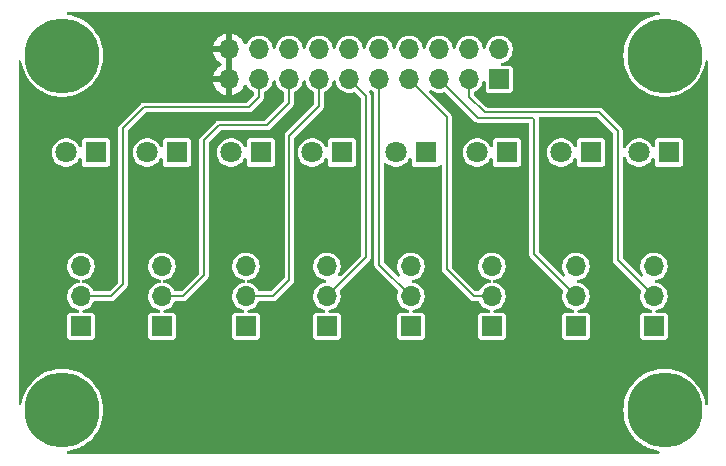
<source format=gbr>
%TF.GenerationSoftware,KiCad,Pcbnew,(6.0.1)*%
%TF.CreationDate,2022-05-25T08:43:49-04:00*%
%TF.ProjectId,SWLEDX8,53574c45-4458-4382-9e6b-696361645f70,X1*%
%TF.SameCoordinates,Original*%
%TF.FileFunction,Copper,L1,Top*%
%TF.FilePolarity,Positive*%
%FSLAX46Y46*%
G04 Gerber Fmt 4.6, Leading zero omitted, Abs format (unit mm)*
G04 Created by KiCad (PCBNEW (6.0.1)) date 2022-05-25 08:43:49*
%MOMM*%
%LPD*%
G01*
G04 APERTURE LIST*
%TA.AperFunction,ComponentPad*%
%ADD10R,1.800000X1.800000*%
%TD*%
%TA.AperFunction,ComponentPad*%
%ADD11C,1.800000*%
%TD*%
%TA.AperFunction,ComponentPad*%
%ADD12C,6.350000*%
%TD*%
%TA.AperFunction,ComponentPad*%
%ADD13R,1.700000X1.700000*%
%TD*%
%TA.AperFunction,ComponentPad*%
%ADD14O,1.700000X1.700000*%
%TD*%
%TA.AperFunction,ViaPad*%
%ADD15C,0.889000*%
%TD*%
%TA.AperFunction,Conductor*%
%ADD16C,0.203200*%
%TD*%
G04 APERTURE END LIST*
D10*
%TO.P,D0,1,K*%
%TO.N,Net-(D0-Pad1)*%
X55377000Y-12192000D03*
D11*
%TO.P,D0,2,A*%
%TO.N,/L0*%
X52837000Y-12192000D03*
%TD*%
D10*
%TO.P,D1,1,K*%
%TO.N,Net-(D1-Pad1)*%
X48773000Y-12192000D03*
D11*
%TO.P,D1,2,A*%
%TO.N,/L1*%
X46233000Y-12192000D03*
%TD*%
D10*
%TO.P,D2,1,K*%
%TO.N,Net-(D2-Pad1)*%
X41661000Y-12192000D03*
D11*
%TO.P,D2,2,A*%
%TO.N,/L2*%
X39121000Y-12192000D03*
%TD*%
D10*
%TO.P,D3,1,K*%
%TO.N,Net-(D3-Pad1)*%
X34803000Y-12192000D03*
D11*
%TO.P,D3,2,A*%
%TO.N,/L3*%
X32263000Y-12192000D03*
%TD*%
D10*
%TO.P,D4,1,K*%
%TO.N,Net-(D4-Pad1)*%
X27691000Y-12192000D03*
D11*
%TO.P,D4,2,A*%
%TO.N,/L4*%
X25151000Y-12192000D03*
%TD*%
D10*
%TO.P,D5,1,K*%
%TO.N,Net-(D5-Pad1)*%
X20833000Y-12192000D03*
D11*
%TO.P,D5,2,A*%
%TO.N,/L5*%
X18293000Y-12192000D03*
%TD*%
D10*
%TO.P,D6,1,K*%
%TO.N,Net-(D6-Pad1)*%
X13721000Y-12192000D03*
D11*
%TO.P,D6,2,A*%
%TO.N,/L6*%
X11181000Y-12192000D03*
%TD*%
D12*
%TO.P,MTG?1,1*%
%TO.N,N/C*%
X55000000Y-34000000D03*
%TD*%
%TO.P,MTG1,1*%
%TO.N,N/C*%
X55000000Y-4000000D03*
%TD*%
%TO.P,MTG2,1*%
%TO.N,N/C*%
X4000000Y-4000000D03*
%TD*%
%TO.P,MTG3,1*%
%TO.N,N/C*%
X4000000Y-34000000D03*
%TD*%
D13*
%TO.P,SW0,1,A*%
%TO.N,GND*%
X54102000Y-26909000D03*
D14*
%TO.P,SW0,2,B*%
%TO.N,/S0*%
X54102000Y-24369000D03*
%TO.P,SW0,3,C*%
%TO.N,Net-(R1-Pad1)*%
X54102000Y-21829000D03*
%TD*%
D13*
%TO.P,SW1,1,A*%
%TO.N,GND*%
X47498000Y-26909000D03*
D14*
%TO.P,SW1,2,B*%
%TO.N,/S1*%
X47498000Y-24369000D03*
%TO.P,SW1,3,C*%
%TO.N,Net-(R2-Pad1)*%
X47498000Y-21829000D03*
%TD*%
D13*
%TO.P,SW2,1,A*%
%TO.N,GND*%
X40386000Y-26909000D03*
D14*
%TO.P,SW2,2,B*%
%TO.N,/S2*%
X40386000Y-24369000D03*
%TO.P,SW2,3,C*%
%TO.N,Net-(R3-Pad1)*%
X40386000Y-21829000D03*
%TD*%
D13*
%TO.P,SW3,1,A*%
%TO.N,GND*%
X33528000Y-26909000D03*
D14*
%TO.P,SW3,2,B*%
%TO.N,/S3*%
X33528000Y-24369000D03*
%TO.P,SW3,3,C*%
%TO.N,Net-(R4-Pad1)*%
X33528000Y-21829000D03*
%TD*%
D13*
%TO.P,SW4,1,A*%
%TO.N,GND*%
X26416000Y-26909000D03*
D14*
%TO.P,SW4,2,B*%
%TO.N,/S4*%
X26416000Y-24369000D03*
%TO.P,SW4,3,C*%
%TO.N,Net-(R5-Pad1)*%
X26416000Y-21829000D03*
%TD*%
D13*
%TO.P,SW5,1,A*%
%TO.N,GND*%
X19558000Y-26909000D03*
D14*
%TO.P,SW5,2,B*%
%TO.N,/S5*%
X19558000Y-24369000D03*
%TO.P,SW5,3,C*%
%TO.N,Net-(R6-Pad1)*%
X19558000Y-21829000D03*
%TD*%
D13*
%TO.P,SW6,1,A*%
%TO.N,GND*%
X12446000Y-26909000D03*
D14*
%TO.P,SW6,2,B*%
%TO.N,/S6*%
X12446000Y-24369000D03*
%TO.P,SW6,3,C*%
%TO.N,Net-(R7-Pad1)*%
X12446000Y-21829000D03*
%TD*%
D13*
%TO.P,SW7,1,A*%
%TO.N,GND*%
X5588000Y-26909000D03*
D14*
%TO.P,SW7,2,B*%
%TO.N,/S7*%
X5588000Y-24369000D03*
%TO.P,SW7,3,C*%
%TO.N,Net-(R8-Pad1)*%
X5588000Y-21829000D03*
%TD*%
D10*
%TO.P,D7,1,K*%
%TO.N,Net-(D7-Pad1)*%
X6863000Y-12192000D03*
D11*
%TO.P,D7,2,A*%
%TO.N,/L7*%
X4323000Y-12192000D03*
%TD*%
D13*
%TO.P,P1,1,P1*%
%TO.N,GND*%
X41000000Y-6000000D03*
D14*
%TO.P,P1,2,P2*%
X41000000Y-3460000D03*
%TO.P,P1,3,P3*%
%TO.N,/S0*%
X38460000Y-6000000D03*
%TO.P,P1,4,P4*%
%TO.N,/L0*%
X38460000Y-3460000D03*
%TO.P,P1,5,P5*%
%TO.N,/S1*%
X35920000Y-6000000D03*
%TO.P,P1,6,P6*%
%TO.N,/L1*%
X35920000Y-3460000D03*
%TO.P,P1,7,P7*%
%TO.N,/S2*%
X33380000Y-6000000D03*
%TO.P,P1,8,P8*%
%TO.N,/L2*%
X33380000Y-3460000D03*
%TO.P,P1,9,P9*%
%TO.N,/S3*%
X30840000Y-6000000D03*
%TO.P,P1,10,P10*%
%TO.N,/L3*%
X30840000Y-3460000D03*
%TO.P,P1,11,P11*%
%TO.N,/S4*%
X28300000Y-6000000D03*
%TO.P,P1,12,P12*%
%TO.N,/L4*%
X28300000Y-3460000D03*
%TO.P,P1,13,P13*%
%TO.N,/S5*%
X25760000Y-6000000D03*
%TO.P,P1,14,P14*%
%TO.N,/L5*%
X25760000Y-3460000D03*
%TO.P,P1,15,P15*%
%TO.N,/S6*%
X23220000Y-6000000D03*
%TO.P,P1,16,P16*%
%TO.N,/L6*%
X23220000Y-3460000D03*
%TO.P,P1,17,P17*%
%TO.N,/S7*%
X20680000Y-6000000D03*
%TO.P,P1,18,P18*%
%TO.N,/L7*%
X20680000Y-3460000D03*
%TO.P,P1,19,P19*%
%TO.N,VCC*%
X18140000Y-6000000D03*
%TO.P,P1,20,P20*%
X18140000Y-3460000D03*
%TD*%
D15*
%TO.N,VCC*%
X9000000Y-26000000D03*
X23000000Y-26000000D03*
X44000000Y-26000000D03*
X57000000Y-26000000D03*
X16000000Y-26000000D03*
X51000000Y-26000000D03*
X37000000Y-26000000D03*
X30000000Y-26000000D03*
%TD*%
D16*
%TO.N,/S0*%
X38460000Y-7472000D02*
X39784000Y-8796000D01*
X39784000Y-8796000D02*
X49436000Y-8796000D01*
X51054000Y-21321000D02*
X51054000Y-10414000D01*
X38460000Y-6000000D02*
X38460000Y-7472000D01*
X54102000Y-24369000D02*
X51054000Y-21321000D01*
X49436000Y-8796000D02*
X51054000Y-10414000D01*
%TO.N,/S1*%
X43942000Y-9398000D02*
X43796720Y-9252720D01*
X43796720Y-9252720D02*
X39172720Y-9252720D01*
X39172720Y-9252720D02*
X35920000Y-6000000D01*
X47498000Y-24369000D02*
X43942000Y-20813000D01*
X43942000Y-20813000D02*
X43942000Y-9398000D01*
%TO.N,/S2*%
X36576000Y-9196000D02*
X33380000Y-6000000D01*
X36576000Y-22098000D02*
X36576000Y-9196000D01*
X40386000Y-24369000D02*
X38847000Y-24369000D01*
X38847000Y-24369000D02*
X36576000Y-22098000D01*
%TO.N,/S3*%
X30840000Y-21681000D02*
X33528000Y-24369000D01*
X30840000Y-6000000D02*
X30840000Y-21681000D01*
%TO.N,/S4*%
X29718000Y-7418000D02*
X28300000Y-6000000D01*
X26416000Y-24369000D02*
X29718000Y-21067000D01*
X29718000Y-21067000D02*
X29718000Y-7418000D01*
%TO.N,/S5*%
X25760000Y-8276000D02*
X23241000Y-10795000D01*
X25760000Y-6000000D02*
X25760000Y-8276000D01*
X23241000Y-10795000D02*
X23241000Y-22987000D01*
X21859000Y-24369000D02*
X19558000Y-24369000D01*
X23241000Y-22987000D02*
X21859000Y-24369000D01*
%TO.N,/S6*%
X21336000Y-9906000D02*
X23220000Y-8022000D01*
X23220000Y-8022000D02*
X23220000Y-6000000D01*
X14239000Y-24369000D02*
X16002000Y-22606000D01*
X16002000Y-22606000D02*
X16002000Y-11176000D01*
X12446000Y-24369000D02*
X14239000Y-24369000D01*
X16002000Y-11176000D02*
X17272000Y-9906000D01*
X17272000Y-9906000D02*
X21336000Y-9906000D01*
%TO.N,/S7*%
X20680000Y-7514000D02*
X20680000Y-6000000D01*
X8143000Y-24369000D02*
X9144000Y-23368000D01*
X9144000Y-23368000D02*
X9144000Y-10160000D01*
X5588000Y-24369000D02*
X8143000Y-24369000D01*
X9144000Y-10160000D02*
X10922000Y-8382000D01*
X19812000Y-8382000D02*
X20680000Y-7514000D01*
X10922000Y-8382000D02*
X19812000Y-8382000D01*
%TD*%
%TA.AperFunction,Conductor*%
%TO.N,VCC*%
G36*
X54550059Y-324802D02*
G01*
X54596552Y-378458D01*
X54606656Y-448732D01*
X54577162Y-513312D01*
X54517436Y-551696D01*
X54501650Y-555249D01*
X54275412Y-591081D01*
X53923052Y-685496D01*
X53582492Y-816225D01*
X53579552Y-817723D01*
X53260403Y-980337D01*
X53260396Y-980341D01*
X53257462Y-981836D01*
X52951524Y-1180514D01*
X52668029Y-1410084D01*
X52410084Y-1668029D01*
X52180514Y-1951524D01*
X51981836Y-2257462D01*
X51980341Y-2260396D01*
X51980337Y-2260403D01*
X51901195Y-2415729D01*
X51816225Y-2582492D01*
X51685496Y-2923052D01*
X51591081Y-3275412D01*
X51577111Y-3363619D01*
X51535390Y-3627036D01*
X51534016Y-3635710D01*
X51514924Y-4000000D01*
X51534016Y-4364290D01*
X51534529Y-4367530D01*
X51534530Y-4367538D01*
X51555057Y-4497139D01*
X51591081Y-4724588D01*
X51685496Y-5076948D01*
X51816225Y-5417508D01*
X51817723Y-5420448D01*
X51977579Y-5734183D01*
X51981836Y-5742538D01*
X51983632Y-5745304D01*
X51983634Y-5745307D01*
X52015460Y-5794315D01*
X52180514Y-6048476D01*
X52410084Y-6331971D01*
X52668029Y-6589916D01*
X52951524Y-6819486D01*
X52954299Y-6821288D01*
X53234412Y-7003195D01*
X53257462Y-7018164D01*
X53260396Y-7019659D01*
X53260403Y-7019663D01*
X53533199Y-7158659D01*
X53582492Y-7183775D01*
X53704811Y-7230729D01*
X53902730Y-7306703D01*
X53923052Y-7314504D01*
X54275412Y-7408919D01*
X54466987Y-7439261D01*
X54632462Y-7465470D01*
X54632470Y-7465471D01*
X54635710Y-7465984D01*
X55000000Y-7485076D01*
X55364290Y-7465984D01*
X55367530Y-7465471D01*
X55367538Y-7465470D01*
X55533013Y-7439261D01*
X55724588Y-7408919D01*
X56076948Y-7314504D01*
X56097271Y-7306703D01*
X56295189Y-7230729D01*
X56417508Y-7183775D01*
X56466801Y-7158659D01*
X56739597Y-7019663D01*
X56739604Y-7019659D01*
X56742538Y-7018164D01*
X56765589Y-7003195D01*
X57045701Y-6821288D01*
X57048476Y-6819486D01*
X57331971Y-6589916D01*
X57589916Y-6331971D01*
X57819486Y-6048476D01*
X57984540Y-5794315D01*
X58016366Y-5745307D01*
X58016368Y-5745304D01*
X58018164Y-5742538D01*
X58022422Y-5734183D01*
X58182277Y-5420448D01*
X58183775Y-5417508D01*
X58314504Y-5076948D01*
X58408919Y-4724588D01*
X58444751Y-4498351D01*
X58475163Y-4434198D01*
X58535431Y-4396671D01*
X58606421Y-4397685D01*
X58665593Y-4436918D01*
X58694161Y-4501913D01*
X58695200Y-4518062D01*
X58695200Y-33481938D01*
X58675198Y-33550059D01*
X58621542Y-33596552D01*
X58551268Y-33606656D01*
X58486688Y-33577162D01*
X58448304Y-33517436D01*
X58444751Y-33501649D01*
X58409435Y-33278673D01*
X58408919Y-33275412D01*
X58314504Y-32923052D01*
X58183775Y-32582492D01*
X58018164Y-32257462D01*
X57819486Y-31951524D01*
X57589916Y-31668029D01*
X57331971Y-31410084D01*
X57048476Y-31180514D01*
X56742538Y-30981836D01*
X56739604Y-30980341D01*
X56739597Y-30980337D01*
X56420448Y-30817723D01*
X56417508Y-30816225D01*
X56076948Y-30685496D01*
X55724588Y-30591081D01*
X55533013Y-30560739D01*
X55367538Y-30534530D01*
X55367530Y-30534529D01*
X55364290Y-30534016D01*
X55000000Y-30514924D01*
X54635710Y-30534016D01*
X54632470Y-30534529D01*
X54632462Y-30534530D01*
X54466987Y-30560739D01*
X54275412Y-30591081D01*
X53923052Y-30685496D01*
X53582492Y-30816225D01*
X53579552Y-30817723D01*
X53260403Y-30980337D01*
X53260396Y-30980341D01*
X53257462Y-30981836D01*
X52951524Y-31180514D01*
X52668029Y-31410084D01*
X52410084Y-31668029D01*
X52180514Y-31951524D01*
X51981836Y-32257462D01*
X51816225Y-32582492D01*
X51685496Y-32923052D01*
X51591081Y-33275412D01*
X51590565Y-33278673D01*
X51538618Y-33606656D01*
X51534016Y-33635710D01*
X51514924Y-34000000D01*
X51534016Y-34364290D01*
X51591081Y-34724588D01*
X51685496Y-35076948D01*
X51816225Y-35417508D01*
X51981836Y-35742538D01*
X52180514Y-36048476D01*
X52410084Y-36331971D01*
X52668029Y-36589916D01*
X52951524Y-36819486D01*
X53257462Y-37018164D01*
X53260396Y-37019659D01*
X53260403Y-37019663D01*
X53363998Y-37072447D01*
X53582492Y-37183775D01*
X53923052Y-37314504D01*
X54275412Y-37408919D01*
X54501649Y-37444751D01*
X54565802Y-37475163D01*
X54603329Y-37535431D01*
X54602315Y-37606421D01*
X54563082Y-37665593D01*
X54498087Y-37694161D01*
X54481938Y-37695200D01*
X4518062Y-37695200D01*
X4449941Y-37675198D01*
X4403448Y-37621542D01*
X4393344Y-37551268D01*
X4422838Y-37486688D01*
X4482564Y-37448304D01*
X4498351Y-37444751D01*
X4724588Y-37408919D01*
X5076948Y-37314504D01*
X5417508Y-37183775D01*
X5636002Y-37072447D01*
X5739597Y-37019663D01*
X5739604Y-37019659D01*
X5742538Y-37018164D01*
X6048476Y-36819486D01*
X6331971Y-36589916D01*
X6589916Y-36331971D01*
X6819486Y-36048476D01*
X7018164Y-35742538D01*
X7183775Y-35417508D01*
X7314504Y-35076948D01*
X7408919Y-34724588D01*
X7465984Y-34364290D01*
X7485076Y-34000000D01*
X7465984Y-33635710D01*
X7461383Y-33606656D01*
X7409435Y-33278673D01*
X7408919Y-33275412D01*
X7314504Y-32923052D01*
X7183775Y-32582492D01*
X7018164Y-32257462D01*
X6819486Y-31951524D01*
X6589916Y-31668029D01*
X6331971Y-31410084D01*
X6048476Y-31180514D01*
X5742538Y-30981836D01*
X5739604Y-30980341D01*
X5739597Y-30980337D01*
X5420448Y-30817723D01*
X5417508Y-30816225D01*
X5076948Y-30685496D01*
X4724588Y-30591081D01*
X4533013Y-30560739D01*
X4367538Y-30534530D01*
X4367530Y-30534529D01*
X4364290Y-30534016D01*
X4000000Y-30514924D01*
X3635710Y-30534016D01*
X3632470Y-30534529D01*
X3632462Y-30534530D01*
X3466987Y-30560739D01*
X3275412Y-30591081D01*
X2923052Y-30685496D01*
X2582492Y-30816225D01*
X2579552Y-30817723D01*
X2260403Y-30980337D01*
X2260396Y-30980341D01*
X2257462Y-30981836D01*
X1951524Y-31180514D01*
X1668029Y-31410084D01*
X1410084Y-31668029D01*
X1180514Y-31951524D01*
X981836Y-32257462D01*
X816225Y-32582492D01*
X685496Y-32923052D01*
X591081Y-33275412D01*
X590565Y-33278673D01*
X555249Y-33501649D01*
X524837Y-33565802D01*
X464569Y-33603329D01*
X393579Y-33602315D01*
X334407Y-33563082D01*
X305839Y-33498087D01*
X304800Y-33481938D01*
X304800Y-24338628D01*
X4428149Y-24338628D01*
X4442036Y-24550503D01*
X4494301Y-24756299D01*
X4583195Y-24949124D01*
X4705740Y-25122521D01*
X4857832Y-25270683D01*
X4862628Y-25273888D01*
X4862631Y-25273890D01*
X4933886Y-25321501D01*
X5034377Y-25388647D01*
X5039685Y-25390928D01*
X5039686Y-25390928D01*
X5224160Y-25470184D01*
X5224163Y-25470185D01*
X5229463Y-25472462D01*
X5235092Y-25473736D01*
X5235093Y-25473736D01*
X5372406Y-25504807D01*
X5434433Y-25539350D01*
X5467937Y-25601944D01*
X5462283Y-25672715D01*
X5419264Y-25729194D01*
X5352539Y-25753449D01*
X5344598Y-25753700D01*
X4692642Y-25753700D01*
X4681748Y-25754996D01*
X4675407Y-25755750D01*
X4675404Y-25755751D01*
X4666022Y-25756867D01*
X4562081Y-25803036D01*
X4522002Y-25843186D01*
X4489948Y-25875295D01*
X4489947Y-25875297D01*
X4481730Y-25883528D01*
X4435742Y-25987549D01*
X4432700Y-26013642D01*
X4432700Y-27804358D01*
X4433996Y-27815252D01*
X4434685Y-27821040D01*
X4435867Y-27830978D01*
X4482036Y-27934919D01*
X4522186Y-27974998D01*
X4554295Y-28007052D01*
X4554297Y-28007053D01*
X4562528Y-28015270D01*
X4666549Y-28061258D01*
X4692642Y-28064300D01*
X6483358Y-28064300D01*
X6494252Y-28063004D01*
X6500593Y-28062250D01*
X6500596Y-28062249D01*
X6509978Y-28061133D01*
X6613919Y-28014964D01*
X6653998Y-27974814D01*
X6686052Y-27942705D01*
X6686053Y-27942703D01*
X6694270Y-27934472D01*
X6740258Y-27830451D01*
X6743300Y-27804358D01*
X6743300Y-26013642D01*
X6742004Y-26002748D01*
X6741250Y-25996407D01*
X6741249Y-25996404D01*
X6740133Y-25987022D01*
X6693964Y-25883081D01*
X6653814Y-25843002D01*
X6621705Y-25810948D01*
X6621703Y-25810947D01*
X6613472Y-25802730D01*
X6509451Y-25756742D01*
X6483358Y-25753700D01*
X5836844Y-25753700D01*
X5768723Y-25733698D01*
X5722230Y-25680042D01*
X5712126Y-25609768D01*
X5741620Y-25545188D01*
X5801346Y-25506804D01*
X5818764Y-25503004D01*
X5853141Y-25498020D01*
X5853146Y-25498019D01*
X5858855Y-25497191D01*
X5864319Y-25495336D01*
X5864324Y-25495335D01*
X6054448Y-25430796D01*
X6059916Y-25428940D01*
X6245172Y-25325192D01*
X6408420Y-25189420D01*
X6544192Y-25026172D01*
X6647940Y-24840916D01*
X6650222Y-24842194D01*
X6688989Y-24796568D01*
X6758134Y-24775900D01*
X8207446Y-24775900D01*
X8228848Y-24768946D01*
X8248074Y-24764330D01*
X8260513Y-24762360D01*
X8270306Y-24760809D01*
X8279158Y-24756299D01*
X8290358Y-24750592D01*
X8308620Y-24743028D01*
X8320597Y-24739136D01*
X8320599Y-24739135D01*
X8330032Y-24736070D01*
X8348241Y-24722840D01*
X8365096Y-24712510D01*
X8385151Y-24702292D01*
X9477292Y-23610151D01*
X9487510Y-23590096D01*
X9497840Y-23573241D01*
X9505239Y-23563057D01*
X9511070Y-23555032D01*
X9514136Y-23545597D01*
X9518028Y-23533620D01*
X9525592Y-23515358D01*
X9531308Y-23504140D01*
X9531308Y-23504139D01*
X9535809Y-23495306D01*
X9539330Y-23473074D01*
X9543946Y-23453848D01*
X9547835Y-23441879D01*
X9550900Y-23432446D01*
X9550900Y-12160314D01*
X9970951Y-12160314D01*
X9985439Y-12381358D01*
X10039966Y-12596061D01*
X10042385Y-12601308D01*
X10130288Y-12791986D01*
X10130291Y-12791991D01*
X10132707Y-12797232D01*
X10136038Y-12801945D01*
X10136039Y-12801947D01*
X10189516Y-12877614D01*
X10260556Y-12978133D01*
X10419230Y-13132707D01*
X10424026Y-13135912D01*
X10424029Y-13135914D01*
X10504339Y-13189575D01*
X10603416Y-13255776D01*
X10608719Y-13258054D01*
X10608722Y-13258056D01*
X10674332Y-13286244D01*
X10806946Y-13343220D01*
X11023003Y-13392108D01*
X11028777Y-13392335D01*
X11028778Y-13392335D01*
X11071387Y-13394009D01*
X11244351Y-13400805D01*
X11353964Y-13384912D01*
X11457863Y-13369848D01*
X11457868Y-13369847D01*
X11463577Y-13369019D01*
X11469041Y-13367164D01*
X11469046Y-13367163D01*
X11667868Y-13299672D01*
X11667873Y-13299670D01*
X11673340Y-13297814D01*
X11694000Y-13286244D01*
X11861567Y-13192402D01*
X11861571Y-13192399D01*
X11866614Y-13189575D01*
X12036927Y-13047927D01*
X12178575Y-12877614D01*
X12181399Y-12872571D01*
X12181402Y-12872567D01*
X12279766Y-12696925D01*
X12330503Y-12647263D01*
X12400034Y-12632916D01*
X12466285Y-12658437D01*
X12508221Y-12715726D01*
X12515700Y-12758491D01*
X12515700Y-13137358D01*
X12516996Y-13148252D01*
X12517685Y-13154040D01*
X12518867Y-13163978D01*
X12565036Y-13267919D01*
X12596845Y-13299672D01*
X12637295Y-13340052D01*
X12637297Y-13340053D01*
X12645528Y-13348270D01*
X12749549Y-13394258D01*
X12775642Y-13397300D01*
X14666358Y-13397300D01*
X14677252Y-13396004D01*
X14683593Y-13395250D01*
X14683596Y-13395249D01*
X14692978Y-13394133D01*
X14796919Y-13347964D01*
X14836998Y-13307814D01*
X14869052Y-13275705D01*
X14869053Y-13275703D01*
X14877270Y-13267472D01*
X14923258Y-13163451D01*
X14926300Y-13137358D01*
X14926300Y-11246642D01*
X14925004Y-11235748D01*
X14924250Y-11229407D01*
X14924249Y-11229404D01*
X14923133Y-11220022D01*
X14876964Y-11116081D01*
X14809459Y-11048694D01*
X14804705Y-11043948D01*
X14804703Y-11043947D01*
X14796472Y-11035730D01*
X14692451Y-10989742D01*
X14666358Y-10986700D01*
X12775642Y-10986700D01*
X12764748Y-10987996D01*
X12758407Y-10988750D01*
X12758404Y-10988751D01*
X12749022Y-10989867D01*
X12681620Y-11019806D01*
X12658094Y-11030256D01*
X12645081Y-11036036D01*
X12610252Y-11070926D01*
X12572948Y-11108295D01*
X12572947Y-11108297D01*
X12564730Y-11116528D01*
X12518742Y-11220549D01*
X12515700Y-11246642D01*
X12515700Y-11632782D01*
X12495698Y-11700903D01*
X12442042Y-11747396D01*
X12371768Y-11757500D01*
X12307188Y-11728006D01*
X12276694Y-11688510D01*
X12215645Y-11564715D01*
X12213090Y-11559534D01*
X12080550Y-11382041D01*
X11982771Y-11291655D01*
X11922124Y-11235593D01*
X11922121Y-11235591D01*
X11917884Y-11231674D01*
X11868886Y-11200759D01*
X11735423Y-11116550D01*
X11735418Y-11116548D01*
X11730539Y-11113469D01*
X11524790Y-11031383D01*
X11519130Y-11030257D01*
X11519126Y-11030256D01*
X11313196Y-10989294D01*
X11313191Y-10989294D01*
X11307528Y-10988167D01*
X11301753Y-10988091D01*
X11301749Y-10988091D01*
X11192551Y-10986662D01*
X11086028Y-10985267D01*
X10867709Y-11022782D01*
X10659882Y-11099453D01*
X10654921Y-11102405D01*
X10654920Y-11102405D01*
X10474475Y-11209758D01*
X10474472Y-11209760D01*
X10469507Y-11212714D01*
X10302960Y-11358772D01*
X10165819Y-11532734D01*
X10062677Y-11728775D01*
X9996988Y-11940330D01*
X9970951Y-12160314D01*
X9550900Y-12160314D01*
X9550900Y-10380733D01*
X9570902Y-10312612D01*
X9587805Y-10291638D01*
X11053638Y-8825805D01*
X11115950Y-8791779D01*
X11142733Y-8788900D01*
X19876446Y-8788900D01*
X19897848Y-8781946D01*
X19917074Y-8777330D01*
X19929513Y-8775360D01*
X19939306Y-8773809D01*
X19959359Y-8763592D01*
X19977620Y-8756028D01*
X19989597Y-8752136D01*
X19989599Y-8752135D01*
X19999032Y-8749070D01*
X20017241Y-8735840D01*
X20034096Y-8725510D01*
X20054151Y-8715292D01*
X20145292Y-8624151D01*
X20990366Y-7779078D01*
X20990369Y-7779074D01*
X21013292Y-7756151D01*
X21023512Y-7736093D01*
X21033840Y-7719240D01*
X21041238Y-7709057D01*
X21047069Y-7701032D01*
X21054023Y-7679631D01*
X21061588Y-7661365D01*
X21067309Y-7650138D01*
X21067309Y-7650137D01*
X21071809Y-7641306D01*
X21073360Y-7631515D01*
X21073361Y-7631511D01*
X21075333Y-7619063D01*
X21079947Y-7599844D01*
X21083833Y-7587882D01*
X21086899Y-7578447D01*
X21086899Y-7546030D01*
X21086900Y-7546024D01*
X21086900Y-7170134D01*
X21106902Y-7102013D01*
X21153221Y-7062270D01*
X21151916Y-7059940D01*
X21213463Y-7025472D01*
X21337172Y-6956192D01*
X21378944Y-6921451D01*
X21477295Y-6839653D01*
X21500420Y-6820420D01*
X21636192Y-6657172D01*
X21739940Y-6471916D01*
X21770565Y-6381699D01*
X21806335Y-6276324D01*
X21806336Y-6276319D01*
X21808191Y-6270855D01*
X21809019Y-6265146D01*
X21809020Y-6265141D01*
X21820334Y-6187105D01*
X21823287Y-6166738D01*
X21852857Y-6102193D01*
X21912628Y-6063881D01*
X21983625Y-6063965D01*
X22043305Y-6102420D01*
X22072722Y-6167036D01*
X22073565Y-6175147D01*
X22073658Y-6175733D01*
X22074036Y-6181503D01*
X22126301Y-6387299D01*
X22215195Y-6580124D01*
X22337740Y-6753521D01*
X22407305Y-6821288D01*
X22474567Y-6886812D01*
X22489832Y-6901683D01*
X22494628Y-6904888D01*
X22494631Y-6904890D01*
X22533136Y-6930618D01*
X22666377Y-7019647D01*
X22671685Y-7021928D01*
X22671686Y-7021928D01*
X22736837Y-7049919D01*
X22791530Y-7095187D01*
X22813100Y-7165687D01*
X22813100Y-7801266D01*
X22793098Y-7869387D01*
X22776195Y-7890361D01*
X21204362Y-9462195D01*
X21142050Y-9496220D01*
X21115267Y-9499100D01*
X17239976Y-9499100D01*
X17239972Y-9499101D01*
X17207553Y-9499101D01*
X17186149Y-9506055D01*
X17166930Y-9510669D01*
X17144694Y-9514191D01*
X17124640Y-9524409D01*
X17106377Y-9531974D01*
X17084968Y-9538930D01*
X17066748Y-9552167D01*
X17049905Y-9562489D01*
X17029849Y-9572708D01*
X17006926Y-9595631D01*
X17006922Y-9595634D01*
X15759849Y-10842708D01*
X15668708Y-10933849D01*
X15661696Y-10947612D01*
X15658492Y-10953900D01*
X15648160Y-10970759D01*
X15634930Y-10988968D01*
X15631865Y-10998401D01*
X15631864Y-10998403D01*
X15627972Y-11010380D01*
X15620408Y-11028641D01*
X15610191Y-11048694D01*
X15608640Y-11058487D01*
X15606670Y-11070926D01*
X15602054Y-11090152D01*
X15595100Y-11111554D01*
X15595100Y-22385267D01*
X15575098Y-22453388D01*
X15558195Y-22474362D01*
X14107362Y-23925195D01*
X14045050Y-23959221D01*
X14018267Y-23962100D01*
X13611925Y-23962100D01*
X13543804Y-23942098D01*
X13498919Y-23891828D01*
X13437831Y-23767955D01*
X13437829Y-23767951D01*
X13435275Y-23762772D01*
X13308233Y-23592642D01*
X13212492Y-23504140D01*
X13156555Y-23452432D01*
X13156552Y-23452430D01*
X13152315Y-23448513D01*
X12972742Y-23335211D01*
X12939068Y-23321776D01*
X12846758Y-23284948D01*
X12775529Y-23256530D01*
X12769861Y-23255403D01*
X12769859Y-23255402D01*
X12599567Y-23221529D01*
X12536657Y-23188622D01*
X12501525Y-23126927D01*
X12505325Y-23056032D01*
X12546851Y-22998446D01*
X12606066Y-22973255D01*
X12716855Y-22957191D01*
X12722319Y-22955336D01*
X12722324Y-22955335D01*
X12912448Y-22890796D01*
X12917916Y-22888940D01*
X13103172Y-22785192D01*
X13266420Y-22649420D01*
X13402192Y-22486172D01*
X13505940Y-22300916D01*
X13534664Y-22216299D01*
X13572335Y-22105324D01*
X13572336Y-22105319D01*
X13574191Y-22099855D01*
X13575019Y-22094146D01*
X13575020Y-22094141D01*
X13599812Y-21923151D01*
X13604659Y-21889723D01*
X13606249Y-21829000D01*
X13586821Y-21617561D01*
X13529186Y-21413204D01*
X13435275Y-21222772D01*
X13308233Y-21052642D01*
X13181360Y-20935362D01*
X13156555Y-20912432D01*
X13156552Y-20912430D01*
X13152315Y-20908513D01*
X12972742Y-20795211D01*
X12939068Y-20781776D01*
X12912096Y-20771015D01*
X12775529Y-20716530D01*
X12769861Y-20715403D01*
X12769859Y-20715402D01*
X12572946Y-20676234D01*
X12572944Y-20676234D01*
X12567279Y-20675107D01*
X12561504Y-20675031D01*
X12561500Y-20675031D01*
X12455283Y-20673641D01*
X12354968Y-20672328D01*
X12349271Y-20673307D01*
X12349270Y-20673307D01*
X12151395Y-20707308D01*
X12151392Y-20707309D01*
X12145705Y-20708286D01*
X11946500Y-20781776D01*
X11764023Y-20890339D01*
X11604385Y-21030337D01*
X11600818Y-21034862D01*
X11600813Y-21034867D01*
X11476507Y-21192549D01*
X11472933Y-21197083D01*
X11470245Y-21202192D01*
X11376759Y-21379880D01*
X11376757Y-21379885D01*
X11374070Y-21384992D01*
X11311105Y-21587771D01*
X11286149Y-21798628D01*
X11300036Y-22010503D01*
X11352301Y-22216299D01*
X11441195Y-22409124D01*
X11563740Y-22582521D01*
X11715832Y-22730683D01*
X11720628Y-22733888D01*
X11720631Y-22733890D01*
X11821154Y-22801057D01*
X11892377Y-22848647D01*
X11897685Y-22850928D01*
X11897686Y-22850928D01*
X12082160Y-22930184D01*
X12082163Y-22930185D01*
X12087463Y-22932462D01*
X12093092Y-22933736D01*
X12093093Y-22933736D01*
X12288087Y-22977859D01*
X12350114Y-23012402D01*
X12383618Y-23074996D01*
X12377964Y-23145767D01*
X12334945Y-23202246D01*
X12281617Y-23224932D01*
X12151395Y-23247308D01*
X12151392Y-23247309D01*
X12145705Y-23248286D01*
X11946500Y-23321776D01*
X11764023Y-23430339D01*
X11604385Y-23570337D01*
X11600818Y-23574862D01*
X11600813Y-23574867D01*
X11567466Y-23617168D01*
X11472933Y-23737083D01*
X11470245Y-23742192D01*
X11376759Y-23919880D01*
X11376757Y-23919885D01*
X11374070Y-23924992D01*
X11311105Y-24127771D01*
X11286149Y-24338628D01*
X11300036Y-24550503D01*
X11352301Y-24756299D01*
X11441195Y-24949124D01*
X11563740Y-25122521D01*
X11715832Y-25270683D01*
X11720628Y-25273888D01*
X11720631Y-25273890D01*
X11791886Y-25321501D01*
X11892377Y-25388647D01*
X11897685Y-25390928D01*
X11897686Y-25390928D01*
X12082160Y-25470184D01*
X12082163Y-25470185D01*
X12087463Y-25472462D01*
X12093092Y-25473736D01*
X12093093Y-25473736D01*
X12230406Y-25504807D01*
X12292433Y-25539350D01*
X12325937Y-25601944D01*
X12320283Y-25672715D01*
X12277264Y-25729194D01*
X12210539Y-25753449D01*
X12202598Y-25753700D01*
X11550642Y-25753700D01*
X11539748Y-25754996D01*
X11533407Y-25755750D01*
X11533404Y-25755751D01*
X11524022Y-25756867D01*
X11420081Y-25803036D01*
X11380002Y-25843186D01*
X11347948Y-25875295D01*
X11347947Y-25875297D01*
X11339730Y-25883528D01*
X11293742Y-25987549D01*
X11290700Y-26013642D01*
X11290700Y-27804358D01*
X11291996Y-27815252D01*
X11292685Y-27821040D01*
X11293867Y-27830978D01*
X11340036Y-27934919D01*
X11380186Y-27974998D01*
X11412295Y-28007052D01*
X11412297Y-28007053D01*
X11420528Y-28015270D01*
X11524549Y-28061258D01*
X11550642Y-28064300D01*
X13341358Y-28064300D01*
X13352252Y-28063004D01*
X13358593Y-28062250D01*
X13358596Y-28062249D01*
X13367978Y-28061133D01*
X13471919Y-28014964D01*
X13511998Y-27974814D01*
X13544052Y-27942705D01*
X13544053Y-27942703D01*
X13552270Y-27934472D01*
X13598258Y-27830451D01*
X13601300Y-27804358D01*
X13601300Y-26013642D01*
X13600004Y-26002748D01*
X13599250Y-25996407D01*
X13599249Y-25996404D01*
X13598133Y-25987022D01*
X13551964Y-25883081D01*
X13511814Y-25843002D01*
X13479705Y-25810948D01*
X13479703Y-25810947D01*
X13471472Y-25802730D01*
X13367451Y-25756742D01*
X13341358Y-25753700D01*
X12694844Y-25753700D01*
X12626723Y-25733698D01*
X12580230Y-25680042D01*
X12570126Y-25609768D01*
X12599620Y-25545188D01*
X12659346Y-25506804D01*
X12676764Y-25503004D01*
X12711141Y-25498020D01*
X12711146Y-25498019D01*
X12716855Y-25497191D01*
X12722319Y-25495336D01*
X12722324Y-25495335D01*
X12912448Y-25430796D01*
X12917916Y-25428940D01*
X13103172Y-25325192D01*
X13266420Y-25189420D01*
X13402192Y-25026172D01*
X13505940Y-24840916D01*
X13508222Y-24842194D01*
X13546989Y-24796568D01*
X13616134Y-24775900D01*
X14303446Y-24775900D01*
X14324848Y-24768946D01*
X14344074Y-24764330D01*
X14356513Y-24762360D01*
X14366306Y-24760809D01*
X14375158Y-24756299D01*
X14386358Y-24750592D01*
X14404620Y-24743028D01*
X14416597Y-24739136D01*
X14416599Y-24739135D01*
X14426032Y-24736070D01*
X14444241Y-24722840D01*
X14461096Y-24712510D01*
X14481151Y-24702292D01*
X16335292Y-22848151D01*
X16345510Y-22828096D01*
X16355840Y-22811241D01*
X16363239Y-22801057D01*
X16369070Y-22793032D01*
X16372817Y-22781501D01*
X16376028Y-22771620D01*
X16383592Y-22753358D01*
X16389308Y-22742140D01*
X16389308Y-22742139D01*
X16393809Y-22733306D01*
X16397330Y-22711074D01*
X16401946Y-22691848D01*
X16405835Y-22679879D01*
X16408900Y-22670446D01*
X16408900Y-12160314D01*
X17082951Y-12160314D01*
X17097439Y-12381358D01*
X17151966Y-12596061D01*
X17154385Y-12601308D01*
X17242288Y-12791986D01*
X17242291Y-12791991D01*
X17244707Y-12797232D01*
X17248038Y-12801945D01*
X17248039Y-12801947D01*
X17301516Y-12877614D01*
X17372556Y-12978133D01*
X17531230Y-13132707D01*
X17536026Y-13135912D01*
X17536029Y-13135914D01*
X17616339Y-13189575D01*
X17715416Y-13255776D01*
X17720719Y-13258054D01*
X17720722Y-13258056D01*
X17786332Y-13286244D01*
X17918946Y-13343220D01*
X18135003Y-13392108D01*
X18140777Y-13392335D01*
X18140778Y-13392335D01*
X18183387Y-13394009D01*
X18356351Y-13400805D01*
X18465964Y-13384912D01*
X18569863Y-13369848D01*
X18569868Y-13369847D01*
X18575577Y-13369019D01*
X18581041Y-13367164D01*
X18581046Y-13367163D01*
X18779868Y-13299672D01*
X18779873Y-13299670D01*
X18785340Y-13297814D01*
X18806000Y-13286244D01*
X18973567Y-13192402D01*
X18973571Y-13192399D01*
X18978614Y-13189575D01*
X19148927Y-13047927D01*
X19290575Y-12877614D01*
X19293399Y-12872571D01*
X19293402Y-12872567D01*
X19391766Y-12696925D01*
X19442503Y-12647263D01*
X19512034Y-12632916D01*
X19578285Y-12658437D01*
X19620221Y-12715726D01*
X19627700Y-12758491D01*
X19627700Y-13137358D01*
X19628996Y-13148252D01*
X19629685Y-13154040D01*
X19630867Y-13163978D01*
X19677036Y-13267919D01*
X19708845Y-13299672D01*
X19749295Y-13340052D01*
X19749297Y-13340053D01*
X19757528Y-13348270D01*
X19861549Y-13394258D01*
X19887642Y-13397300D01*
X21778358Y-13397300D01*
X21789252Y-13396004D01*
X21795593Y-13395250D01*
X21795596Y-13395249D01*
X21804978Y-13394133D01*
X21908919Y-13347964D01*
X21948998Y-13307814D01*
X21981052Y-13275705D01*
X21981053Y-13275703D01*
X21989270Y-13267472D01*
X22035258Y-13163451D01*
X22038300Y-13137358D01*
X22038300Y-11246642D01*
X22037004Y-11235748D01*
X22036250Y-11229407D01*
X22036249Y-11229404D01*
X22035133Y-11220022D01*
X21988964Y-11116081D01*
X21921459Y-11048694D01*
X21916705Y-11043948D01*
X21916703Y-11043947D01*
X21908472Y-11035730D01*
X21804451Y-10989742D01*
X21778358Y-10986700D01*
X19887642Y-10986700D01*
X19876748Y-10987996D01*
X19870407Y-10988750D01*
X19870404Y-10988751D01*
X19861022Y-10989867D01*
X19793620Y-11019806D01*
X19770094Y-11030256D01*
X19757081Y-11036036D01*
X19722252Y-11070926D01*
X19684948Y-11108295D01*
X19684947Y-11108297D01*
X19676730Y-11116528D01*
X19630742Y-11220549D01*
X19627700Y-11246642D01*
X19627700Y-11632782D01*
X19607698Y-11700903D01*
X19554042Y-11747396D01*
X19483768Y-11757500D01*
X19419188Y-11728006D01*
X19388694Y-11688510D01*
X19327645Y-11564715D01*
X19325090Y-11559534D01*
X19192550Y-11382041D01*
X19094771Y-11291655D01*
X19034124Y-11235593D01*
X19034121Y-11235591D01*
X19029884Y-11231674D01*
X18980886Y-11200759D01*
X18847423Y-11116550D01*
X18847418Y-11116548D01*
X18842539Y-11113469D01*
X18636790Y-11031383D01*
X18631130Y-11030257D01*
X18631126Y-11030256D01*
X18425196Y-10989294D01*
X18425191Y-10989294D01*
X18419528Y-10988167D01*
X18413753Y-10988091D01*
X18413749Y-10988091D01*
X18304551Y-10986662D01*
X18198028Y-10985267D01*
X17979709Y-11022782D01*
X17771882Y-11099453D01*
X17766921Y-11102405D01*
X17766920Y-11102405D01*
X17586475Y-11209758D01*
X17586472Y-11209760D01*
X17581507Y-11212714D01*
X17414960Y-11358772D01*
X17277819Y-11532734D01*
X17174677Y-11728775D01*
X17108988Y-11940330D01*
X17082951Y-12160314D01*
X16408900Y-12160314D01*
X16408900Y-11396733D01*
X16428902Y-11328612D01*
X16445801Y-11307642D01*
X17403641Y-10349803D01*
X17465951Y-10315779D01*
X17492734Y-10312900D01*
X21400446Y-10312900D01*
X21421848Y-10305946D01*
X21441074Y-10301330D01*
X21453513Y-10299360D01*
X21463306Y-10297809D01*
X21483359Y-10287592D01*
X21501620Y-10280028D01*
X21513597Y-10276136D01*
X21513599Y-10276135D01*
X21523032Y-10273070D01*
X21541241Y-10259840D01*
X21558096Y-10249510D01*
X21578151Y-10239292D01*
X21669292Y-10148151D01*
X23530366Y-8287078D01*
X23530369Y-8287074D01*
X23553292Y-8264151D01*
X23563512Y-8244093D01*
X23573840Y-8227240D01*
X23581238Y-8217057D01*
X23587069Y-8209032D01*
X23594023Y-8187631D01*
X23601588Y-8169365D01*
X23607309Y-8158138D01*
X23607309Y-8158137D01*
X23611809Y-8149306D01*
X23613360Y-8139515D01*
X23613361Y-8139511D01*
X23615333Y-8127063D01*
X23619947Y-8107844D01*
X23623833Y-8095882D01*
X23626899Y-8086447D01*
X23626899Y-8054030D01*
X23626900Y-8054024D01*
X23626900Y-7170134D01*
X23646902Y-7102013D01*
X23693221Y-7062270D01*
X23691916Y-7059940D01*
X23753463Y-7025472D01*
X23877172Y-6956192D01*
X23918944Y-6921451D01*
X24017295Y-6839653D01*
X24040420Y-6820420D01*
X24176192Y-6657172D01*
X24279940Y-6471916D01*
X24310565Y-6381699D01*
X24346335Y-6276324D01*
X24346336Y-6276319D01*
X24348191Y-6270855D01*
X24349019Y-6265146D01*
X24349020Y-6265141D01*
X24360334Y-6187105D01*
X24363287Y-6166738D01*
X24392857Y-6102193D01*
X24452628Y-6063881D01*
X24523625Y-6063965D01*
X24583305Y-6102420D01*
X24612722Y-6167036D01*
X24613565Y-6175147D01*
X24613658Y-6175733D01*
X24614036Y-6181503D01*
X24666301Y-6387299D01*
X24755195Y-6580124D01*
X24877740Y-6753521D01*
X24947305Y-6821288D01*
X25014567Y-6886812D01*
X25029832Y-6901683D01*
X25034628Y-6904888D01*
X25034631Y-6904890D01*
X25073136Y-6930618D01*
X25206377Y-7019647D01*
X25211685Y-7021928D01*
X25211686Y-7021928D01*
X25276837Y-7049919D01*
X25331530Y-7095187D01*
X25353100Y-7165687D01*
X25353100Y-8055267D01*
X25333098Y-8123388D01*
X25316195Y-8144362D01*
X22907708Y-10552849D01*
X22903205Y-10561687D01*
X22897492Y-10572900D01*
X22887160Y-10589759D01*
X22873930Y-10607968D01*
X22870865Y-10617401D01*
X22870864Y-10617403D01*
X22866972Y-10629380D01*
X22859408Y-10647641D01*
X22849191Y-10667694D01*
X22847640Y-10677487D01*
X22845670Y-10689926D01*
X22841054Y-10709152D01*
X22834100Y-10730554D01*
X22834100Y-22766267D01*
X22814098Y-22834388D01*
X22797195Y-22855362D01*
X21727362Y-23925195D01*
X21665050Y-23959221D01*
X21638267Y-23962100D01*
X20723925Y-23962100D01*
X20655804Y-23942098D01*
X20610919Y-23891828D01*
X20549831Y-23767955D01*
X20549829Y-23767951D01*
X20547275Y-23762772D01*
X20420233Y-23592642D01*
X20324492Y-23504140D01*
X20268555Y-23452432D01*
X20268552Y-23452430D01*
X20264315Y-23448513D01*
X20084742Y-23335211D01*
X20051068Y-23321776D01*
X19958758Y-23284948D01*
X19887529Y-23256530D01*
X19881861Y-23255403D01*
X19881859Y-23255402D01*
X19711567Y-23221529D01*
X19648657Y-23188622D01*
X19613525Y-23126927D01*
X19617325Y-23056032D01*
X19658851Y-22998446D01*
X19718066Y-22973255D01*
X19828855Y-22957191D01*
X19834319Y-22955336D01*
X19834324Y-22955335D01*
X20024448Y-22890796D01*
X20029916Y-22888940D01*
X20215172Y-22785192D01*
X20378420Y-22649420D01*
X20514192Y-22486172D01*
X20617940Y-22300916D01*
X20646664Y-22216299D01*
X20684335Y-22105324D01*
X20684336Y-22105319D01*
X20686191Y-22099855D01*
X20687019Y-22094146D01*
X20687020Y-22094141D01*
X20711812Y-21923151D01*
X20716659Y-21889723D01*
X20718249Y-21829000D01*
X20698821Y-21617561D01*
X20641186Y-21413204D01*
X20547275Y-21222772D01*
X20420233Y-21052642D01*
X20293360Y-20935362D01*
X20268555Y-20912432D01*
X20268552Y-20912430D01*
X20264315Y-20908513D01*
X20084742Y-20795211D01*
X20051068Y-20781776D01*
X20024096Y-20771015D01*
X19887529Y-20716530D01*
X19881861Y-20715403D01*
X19881859Y-20715402D01*
X19684946Y-20676234D01*
X19684944Y-20676234D01*
X19679279Y-20675107D01*
X19673504Y-20675031D01*
X19673500Y-20675031D01*
X19567283Y-20673641D01*
X19466968Y-20672328D01*
X19461271Y-20673307D01*
X19461270Y-20673307D01*
X19263395Y-20707308D01*
X19263392Y-20707309D01*
X19257705Y-20708286D01*
X19058500Y-20781776D01*
X18876023Y-20890339D01*
X18716385Y-21030337D01*
X18712818Y-21034862D01*
X18712813Y-21034867D01*
X18588507Y-21192549D01*
X18584933Y-21197083D01*
X18582245Y-21202192D01*
X18488759Y-21379880D01*
X18488757Y-21379885D01*
X18486070Y-21384992D01*
X18423105Y-21587771D01*
X18398149Y-21798628D01*
X18412036Y-22010503D01*
X18464301Y-22216299D01*
X18553195Y-22409124D01*
X18675740Y-22582521D01*
X18827832Y-22730683D01*
X18832628Y-22733888D01*
X18832631Y-22733890D01*
X18933154Y-22801057D01*
X19004377Y-22848647D01*
X19009685Y-22850928D01*
X19009686Y-22850928D01*
X19194160Y-22930184D01*
X19194163Y-22930185D01*
X19199463Y-22932462D01*
X19205092Y-22933736D01*
X19205093Y-22933736D01*
X19400087Y-22977859D01*
X19462114Y-23012402D01*
X19495618Y-23074996D01*
X19489964Y-23145767D01*
X19446945Y-23202246D01*
X19393617Y-23224932D01*
X19263395Y-23247308D01*
X19263392Y-23247309D01*
X19257705Y-23248286D01*
X19058500Y-23321776D01*
X18876023Y-23430339D01*
X18716385Y-23570337D01*
X18712818Y-23574862D01*
X18712813Y-23574867D01*
X18679466Y-23617168D01*
X18584933Y-23737083D01*
X18582245Y-23742192D01*
X18488759Y-23919880D01*
X18488757Y-23919885D01*
X18486070Y-23924992D01*
X18423105Y-24127771D01*
X18398149Y-24338628D01*
X18412036Y-24550503D01*
X18464301Y-24756299D01*
X18553195Y-24949124D01*
X18675740Y-25122521D01*
X18827832Y-25270683D01*
X18832628Y-25273888D01*
X18832631Y-25273890D01*
X18903886Y-25321501D01*
X19004377Y-25388647D01*
X19009685Y-25390928D01*
X19009686Y-25390928D01*
X19194160Y-25470184D01*
X19194163Y-25470185D01*
X19199463Y-25472462D01*
X19205092Y-25473736D01*
X19205093Y-25473736D01*
X19342406Y-25504807D01*
X19404433Y-25539350D01*
X19437937Y-25601944D01*
X19432283Y-25672715D01*
X19389264Y-25729194D01*
X19322539Y-25753449D01*
X19314598Y-25753700D01*
X18662642Y-25753700D01*
X18651748Y-25754996D01*
X18645407Y-25755750D01*
X18645404Y-25755751D01*
X18636022Y-25756867D01*
X18532081Y-25803036D01*
X18492002Y-25843186D01*
X18459948Y-25875295D01*
X18459947Y-25875297D01*
X18451730Y-25883528D01*
X18405742Y-25987549D01*
X18402700Y-26013642D01*
X18402700Y-27804358D01*
X18403996Y-27815252D01*
X18404685Y-27821040D01*
X18405867Y-27830978D01*
X18452036Y-27934919D01*
X18492186Y-27974998D01*
X18524295Y-28007052D01*
X18524297Y-28007053D01*
X18532528Y-28015270D01*
X18636549Y-28061258D01*
X18662642Y-28064300D01*
X20453358Y-28064300D01*
X20464252Y-28063004D01*
X20470593Y-28062250D01*
X20470596Y-28062249D01*
X20479978Y-28061133D01*
X20583919Y-28014964D01*
X20623998Y-27974814D01*
X20656052Y-27942705D01*
X20656053Y-27942703D01*
X20664270Y-27934472D01*
X20710258Y-27830451D01*
X20713300Y-27804358D01*
X20713300Y-26013642D01*
X20712004Y-26002748D01*
X20711250Y-25996407D01*
X20711249Y-25996404D01*
X20710133Y-25987022D01*
X20663964Y-25883081D01*
X20623814Y-25843002D01*
X20591705Y-25810948D01*
X20591703Y-25810947D01*
X20583472Y-25802730D01*
X20479451Y-25756742D01*
X20453358Y-25753700D01*
X19806844Y-25753700D01*
X19738723Y-25733698D01*
X19692230Y-25680042D01*
X19682126Y-25609768D01*
X19711620Y-25545188D01*
X19771346Y-25506804D01*
X19788764Y-25503004D01*
X19823141Y-25498020D01*
X19823146Y-25498019D01*
X19828855Y-25497191D01*
X19834319Y-25495336D01*
X19834324Y-25495335D01*
X20024448Y-25430796D01*
X20029916Y-25428940D01*
X20215172Y-25325192D01*
X20378420Y-25189420D01*
X20514192Y-25026172D01*
X20617940Y-24840916D01*
X20620222Y-24842194D01*
X20658989Y-24796568D01*
X20728134Y-24775900D01*
X21923446Y-24775900D01*
X21944848Y-24768946D01*
X21964074Y-24764330D01*
X21976513Y-24762360D01*
X21986306Y-24760809D01*
X21995158Y-24756299D01*
X22006358Y-24750592D01*
X22024620Y-24743028D01*
X22036597Y-24739136D01*
X22036599Y-24739135D01*
X22046032Y-24736070D01*
X22064241Y-24722840D01*
X22081096Y-24712510D01*
X22101151Y-24702292D01*
X23574292Y-23229151D01*
X23584510Y-23209096D01*
X23594840Y-23192241D01*
X23602239Y-23182058D01*
X23602240Y-23182056D01*
X23608070Y-23174032D01*
X23615027Y-23152620D01*
X23622591Y-23134359D01*
X23628309Y-23123137D01*
X23632809Y-23114306D01*
X23634361Y-23104510D01*
X23636332Y-23092070D01*
X23640946Y-23072850D01*
X23644834Y-23060882D01*
X23647900Y-23051447D01*
X23647900Y-12160314D01*
X23940951Y-12160314D01*
X23955439Y-12381358D01*
X24009966Y-12596061D01*
X24012385Y-12601308D01*
X24100288Y-12791986D01*
X24100291Y-12791991D01*
X24102707Y-12797232D01*
X24106038Y-12801945D01*
X24106039Y-12801947D01*
X24159516Y-12877614D01*
X24230556Y-12978133D01*
X24389230Y-13132707D01*
X24394026Y-13135912D01*
X24394029Y-13135914D01*
X24474339Y-13189575D01*
X24573416Y-13255776D01*
X24578719Y-13258054D01*
X24578722Y-13258056D01*
X24644332Y-13286244D01*
X24776946Y-13343220D01*
X24993003Y-13392108D01*
X24998777Y-13392335D01*
X24998778Y-13392335D01*
X25041387Y-13394009D01*
X25214351Y-13400805D01*
X25323964Y-13384912D01*
X25427863Y-13369848D01*
X25427868Y-13369847D01*
X25433577Y-13369019D01*
X25439041Y-13367164D01*
X25439046Y-13367163D01*
X25637868Y-13299672D01*
X25637873Y-13299670D01*
X25643340Y-13297814D01*
X25664000Y-13286244D01*
X25831567Y-13192402D01*
X25831571Y-13192399D01*
X25836614Y-13189575D01*
X26006927Y-13047927D01*
X26148575Y-12877614D01*
X26151399Y-12872571D01*
X26151402Y-12872567D01*
X26249766Y-12696925D01*
X26300503Y-12647263D01*
X26370034Y-12632916D01*
X26436285Y-12658437D01*
X26478221Y-12715726D01*
X26485700Y-12758491D01*
X26485700Y-13137358D01*
X26486996Y-13148252D01*
X26487685Y-13154040D01*
X26488867Y-13163978D01*
X26535036Y-13267919D01*
X26566845Y-13299672D01*
X26607295Y-13340052D01*
X26607297Y-13340053D01*
X26615528Y-13348270D01*
X26719549Y-13394258D01*
X26745642Y-13397300D01*
X28636358Y-13397300D01*
X28647252Y-13396004D01*
X28653593Y-13395250D01*
X28653596Y-13395249D01*
X28662978Y-13394133D01*
X28766919Y-13347964D01*
X28806998Y-13307814D01*
X28839052Y-13275705D01*
X28839053Y-13275703D01*
X28847270Y-13267472D01*
X28893258Y-13163451D01*
X28896300Y-13137358D01*
X28896300Y-11246642D01*
X28895004Y-11235748D01*
X28894250Y-11229407D01*
X28894249Y-11229404D01*
X28893133Y-11220022D01*
X28846964Y-11116081D01*
X28779459Y-11048694D01*
X28774705Y-11043948D01*
X28774703Y-11043947D01*
X28766472Y-11035730D01*
X28662451Y-10989742D01*
X28636358Y-10986700D01*
X26745642Y-10986700D01*
X26734748Y-10987996D01*
X26728407Y-10988750D01*
X26728404Y-10988751D01*
X26719022Y-10989867D01*
X26651620Y-11019806D01*
X26628094Y-11030256D01*
X26615081Y-11036036D01*
X26580252Y-11070926D01*
X26542948Y-11108295D01*
X26542947Y-11108297D01*
X26534730Y-11116528D01*
X26488742Y-11220549D01*
X26485700Y-11246642D01*
X26485700Y-11632782D01*
X26465698Y-11700903D01*
X26412042Y-11747396D01*
X26341768Y-11757500D01*
X26277188Y-11728006D01*
X26246694Y-11688510D01*
X26185645Y-11564715D01*
X26183090Y-11559534D01*
X26050550Y-11382041D01*
X25952771Y-11291655D01*
X25892124Y-11235593D01*
X25892121Y-11235591D01*
X25887884Y-11231674D01*
X25838886Y-11200759D01*
X25705423Y-11116550D01*
X25705418Y-11116548D01*
X25700539Y-11113469D01*
X25494790Y-11031383D01*
X25489130Y-11030257D01*
X25489126Y-11030256D01*
X25283196Y-10989294D01*
X25283191Y-10989294D01*
X25277528Y-10988167D01*
X25271753Y-10988091D01*
X25271749Y-10988091D01*
X25162551Y-10986662D01*
X25056028Y-10985267D01*
X24837709Y-11022782D01*
X24629882Y-11099453D01*
X24624921Y-11102405D01*
X24624920Y-11102405D01*
X24444475Y-11209758D01*
X24444472Y-11209760D01*
X24439507Y-11212714D01*
X24272960Y-11358772D01*
X24135819Y-11532734D01*
X24032677Y-11728775D01*
X23966988Y-11940330D01*
X23940951Y-12160314D01*
X23647900Y-12160314D01*
X23647900Y-11015733D01*
X23667902Y-10947612D01*
X23684805Y-10926638D01*
X26093292Y-8518151D01*
X26103510Y-8498096D01*
X26113840Y-8481241D01*
X26121239Y-8471057D01*
X26127070Y-8463032D01*
X26131958Y-8447990D01*
X26134028Y-8441620D01*
X26141592Y-8423358D01*
X26147308Y-8412140D01*
X26147308Y-8412139D01*
X26151809Y-8403306D01*
X26155330Y-8381074D01*
X26159946Y-8361848D01*
X26163835Y-8349879D01*
X26166900Y-8340446D01*
X26166900Y-7170134D01*
X26186902Y-7102013D01*
X26233221Y-7062270D01*
X26231916Y-7059940D01*
X26293463Y-7025472D01*
X26417172Y-6956192D01*
X26458944Y-6921451D01*
X26557295Y-6839653D01*
X26580420Y-6820420D01*
X26716192Y-6657172D01*
X26819940Y-6471916D01*
X26850565Y-6381699D01*
X26886335Y-6276324D01*
X26886336Y-6276319D01*
X26888191Y-6270855D01*
X26889019Y-6265146D01*
X26889020Y-6265141D01*
X26900334Y-6187105D01*
X26903287Y-6166738D01*
X26932857Y-6102193D01*
X26992628Y-6063881D01*
X27063625Y-6063965D01*
X27123305Y-6102420D01*
X27152722Y-6167036D01*
X27153565Y-6175147D01*
X27153658Y-6175733D01*
X27154036Y-6181503D01*
X27206301Y-6387299D01*
X27295195Y-6580124D01*
X27417740Y-6753521D01*
X27487305Y-6821288D01*
X27554567Y-6886812D01*
X27569832Y-6901683D01*
X27574628Y-6904888D01*
X27574631Y-6904890D01*
X27613136Y-6930618D01*
X27746377Y-7019647D01*
X27751685Y-7021928D01*
X27751686Y-7021928D01*
X27936160Y-7101184D01*
X27936163Y-7101185D01*
X27941463Y-7103462D01*
X27947092Y-7104736D01*
X27947093Y-7104736D01*
X28142921Y-7149048D01*
X28142924Y-7149048D01*
X28148557Y-7150323D01*
X28154328Y-7150550D01*
X28154330Y-7150550D01*
X28219086Y-7153094D01*
X28360723Y-7158659D01*
X28465789Y-7143425D01*
X28565141Y-7129020D01*
X28565146Y-7129019D01*
X28570855Y-7128191D01*
X28576319Y-7126336D01*
X28576324Y-7126335D01*
X28707116Y-7081937D01*
X28778051Y-7078981D01*
X28836712Y-7112155D01*
X29274195Y-7549638D01*
X29308221Y-7611950D01*
X29311100Y-7638733D01*
X29311100Y-20846267D01*
X29291098Y-20914388D01*
X29274195Y-20935362D01*
X27567920Y-22641637D01*
X27505608Y-22675663D01*
X27434793Y-22670598D01*
X27377957Y-22628051D01*
X27353146Y-22561531D01*
X27368237Y-22492157D01*
X27371130Y-22487449D01*
X27372192Y-22486172D01*
X27475940Y-22300916D01*
X27504664Y-22216299D01*
X27542335Y-22105324D01*
X27542336Y-22105319D01*
X27544191Y-22099855D01*
X27545019Y-22094146D01*
X27545020Y-22094141D01*
X27569812Y-21923151D01*
X27574659Y-21889723D01*
X27576249Y-21829000D01*
X27556821Y-21617561D01*
X27499186Y-21413204D01*
X27405275Y-21222772D01*
X27278233Y-21052642D01*
X27151360Y-20935362D01*
X27126555Y-20912432D01*
X27126552Y-20912430D01*
X27122315Y-20908513D01*
X26942742Y-20795211D01*
X26909068Y-20781776D01*
X26882096Y-20771015D01*
X26745529Y-20716530D01*
X26739861Y-20715403D01*
X26739859Y-20715402D01*
X26542946Y-20676234D01*
X26542944Y-20676234D01*
X26537279Y-20675107D01*
X26531504Y-20675031D01*
X26531500Y-20675031D01*
X26425283Y-20673641D01*
X26324968Y-20672328D01*
X26319271Y-20673307D01*
X26319270Y-20673307D01*
X26121395Y-20707308D01*
X26121392Y-20707309D01*
X26115705Y-20708286D01*
X25916500Y-20781776D01*
X25734023Y-20890339D01*
X25574385Y-21030337D01*
X25570818Y-21034862D01*
X25570813Y-21034867D01*
X25446507Y-21192549D01*
X25442933Y-21197083D01*
X25440245Y-21202192D01*
X25346759Y-21379880D01*
X25346757Y-21379885D01*
X25344070Y-21384992D01*
X25281105Y-21587771D01*
X25256149Y-21798628D01*
X25270036Y-22010503D01*
X25322301Y-22216299D01*
X25411195Y-22409124D01*
X25533740Y-22582521D01*
X25685832Y-22730683D01*
X25690628Y-22733888D01*
X25690631Y-22733890D01*
X25791154Y-22801057D01*
X25862377Y-22848647D01*
X25867685Y-22850928D01*
X25867686Y-22850928D01*
X26052160Y-22930184D01*
X26052163Y-22930185D01*
X26057463Y-22932462D01*
X26063092Y-22933736D01*
X26063093Y-22933736D01*
X26258087Y-22977859D01*
X26320114Y-23012402D01*
X26353618Y-23074996D01*
X26347964Y-23145767D01*
X26304945Y-23202246D01*
X26251617Y-23224932D01*
X26121395Y-23247308D01*
X26121392Y-23247309D01*
X26115705Y-23248286D01*
X25916500Y-23321776D01*
X25734023Y-23430339D01*
X25574385Y-23570337D01*
X25570818Y-23574862D01*
X25570813Y-23574867D01*
X25537466Y-23617168D01*
X25442933Y-23737083D01*
X25440245Y-23742192D01*
X25346759Y-23919880D01*
X25346757Y-23919885D01*
X25344070Y-23924992D01*
X25281105Y-24127771D01*
X25256149Y-24338628D01*
X25270036Y-24550503D01*
X25322301Y-24756299D01*
X25411195Y-24949124D01*
X25533740Y-25122521D01*
X25685832Y-25270683D01*
X25690628Y-25273888D01*
X25690631Y-25273890D01*
X25761886Y-25321501D01*
X25862377Y-25388647D01*
X25867685Y-25390928D01*
X25867686Y-25390928D01*
X26052160Y-25470184D01*
X26052163Y-25470185D01*
X26057463Y-25472462D01*
X26063092Y-25473736D01*
X26063093Y-25473736D01*
X26200406Y-25504807D01*
X26262433Y-25539350D01*
X26295937Y-25601944D01*
X26290283Y-25672715D01*
X26247264Y-25729194D01*
X26180539Y-25753449D01*
X26172598Y-25753700D01*
X25520642Y-25753700D01*
X25509748Y-25754996D01*
X25503407Y-25755750D01*
X25503404Y-25755751D01*
X25494022Y-25756867D01*
X25390081Y-25803036D01*
X25350002Y-25843186D01*
X25317948Y-25875295D01*
X25317947Y-25875297D01*
X25309730Y-25883528D01*
X25263742Y-25987549D01*
X25260700Y-26013642D01*
X25260700Y-27804358D01*
X25261996Y-27815252D01*
X25262685Y-27821040D01*
X25263867Y-27830978D01*
X25310036Y-27934919D01*
X25350186Y-27974998D01*
X25382295Y-28007052D01*
X25382297Y-28007053D01*
X25390528Y-28015270D01*
X25494549Y-28061258D01*
X25520642Y-28064300D01*
X27311358Y-28064300D01*
X27322252Y-28063004D01*
X27328593Y-28062250D01*
X27328596Y-28062249D01*
X27337978Y-28061133D01*
X27441919Y-28014964D01*
X27481998Y-27974814D01*
X27514052Y-27942705D01*
X27514053Y-27942703D01*
X27522270Y-27934472D01*
X27568258Y-27830451D01*
X27571300Y-27804358D01*
X27571300Y-26013642D01*
X27570004Y-26002748D01*
X27569250Y-25996407D01*
X27569249Y-25996404D01*
X27568133Y-25987022D01*
X27521964Y-25883081D01*
X27481814Y-25843002D01*
X27449705Y-25810948D01*
X27449703Y-25810947D01*
X27441472Y-25802730D01*
X27337451Y-25756742D01*
X27311358Y-25753700D01*
X26664844Y-25753700D01*
X26596723Y-25733698D01*
X26550230Y-25680042D01*
X26540126Y-25609768D01*
X26569620Y-25545188D01*
X26629346Y-25506804D01*
X26646764Y-25503004D01*
X26681141Y-25498020D01*
X26681146Y-25498019D01*
X26686855Y-25497191D01*
X26692319Y-25495336D01*
X26692324Y-25495335D01*
X26882448Y-25430796D01*
X26887916Y-25428940D01*
X27073172Y-25325192D01*
X27236420Y-25189420D01*
X27372192Y-25026172D01*
X27475940Y-24840916D01*
X27501411Y-24765881D01*
X27542335Y-24645324D01*
X27542336Y-24645319D01*
X27544191Y-24639855D01*
X27545019Y-24634146D01*
X27545020Y-24634141D01*
X27574126Y-24433397D01*
X27574659Y-24429723D01*
X27576249Y-24369000D01*
X27556821Y-24157561D01*
X27546863Y-24122251D01*
X27499186Y-23953204D01*
X27501719Y-23952490D01*
X27496834Y-23892906D01*
X27531131Y-23829312D01*
X30051292Y-21309151D01*
X30061510Y-21289096D01*
X30071840Y-21272241D01*
X30079239Y-21262058D01*
X30079240Y-21262056D01*
X30085070Y-21254032D01*
X30092027Y-21232620D01*
X30099591Y-21214359D01*
X30105309Y-21203137D01*
X30109809Y-21194306D01*
X30111361Y-21184510D01*
X30113332Y-21172070D01*
X30117946Y-21152850D01*
X30121834Y-21140882D01*
X30124900Y-21131447D01*
X30124900Y-7353554D01*
X30117946Y-7332152D01*
X30113330Y-7312926D01*
X30111360Y-7300487D01*
X30109809Y-7290694D01*
X30099592Y-7270641D01*
X30092028Y-7252380D01*
X30088136Y-7240403D01*
X30088135Y-7240401D01*
X30085070Y-7230968D01*
X30071840Y-7212759D01*
X30061508Y-7195900D01*
X30055795Y-7184687D01*
X30051292Y-7175849D01*
X30011765Y-7136322D01*
X29977739Y-7074010D01*
X29982804Y-7003195D01*
X30025351Y-6946359D01*
X30091871Y-6921548D01*
X30161245Y-6936639D01*
X30170861Y-6942461D01*
X30286377Y-7019647D01*
X30291685Y-7021928D01*
X30291686Y-7021928D01*
X30356837Y-7049919D01*
X30411530Y-7095187D01*
X30433100Y-7165687D01*
X30433100Y-21745446D01*
X30436165Y-21754879D01*
X30440054Y-21766848D01*
X30444670Y-21786074D01*
X30448191Y-21808306D01*
X30452692Y-21817139D01*
X30452692Y-21817140D01*
X30458408Y-21828358D01*
X30465972Y-21846620D01*
X30469864Y-21858597D01*
X30472930Y-21868032D01*
X30478761Y-21876057D01*
X30486160Y-21886241D01*
X30496490Y-21903096D01*
X30506708Y-21923151D01*
X32414706Y-23831149D01*
X32448732Y-23893461D01*
X32445943Y-23957606D01*
X32393105Y-24127771D01*
X32368149Y-24338628D01*
X32382036Y-24550503D01*
X32434301Y-24756299D01*
X32523195Y-24949124D01*
X32645740Y-25122521D01*
X32797832Y-25270683D01*
X32802628Y-25273888D01*
X32802631Y-25273890D01*
X32873886Y-25321501D01*
X32974377Y-25388647D01*
X32979685Y-25390928D01*
X32979686Y-25390928D01*
X33164160Y-25470184D01*
X33164163Y-25470185D01*
X33169463Y-25472462D01*
X33175092Y-25473736D01*
X33175093Y-25473736D01*
X33312406Y-25504807D01*
X33374433Y-25539350D01*
X33407937Y-25601944D01*
X33402283Y-25672715D01*
X33359264Y-25729194D01*
X33292539Y-25753449D01*
X33284598Y-25753700D01*
X32632642Y-25753700D01*
X32621748Y-25754996D01*
X32615407Y-25755750D01*
X32615404Y-25755751D01*
X32606022Y-25756867D01*
X32502081Y-25803036D01*
X32462002Y-25843186D01*
X32429948Y-25875295D01*
X32429947Y-25875297D01*
X32421730Y-25883528D01*
X32375742Y-25987549D01*
X32372700Y-26013642D01*
X32372700Y-27804358D01*
X32373996Y-27815252D01*
X32374685Y-27821040D01*
X32375867Y-27830978D01*
X32422036Y-27934919D01*
X32462186Y-27974998D01*
X32494295Y-28007052D01*
X32494297Y-28007053D01*
X32502528Y-28015270D01*
X32606549Y-28061258D01*
X32632642Y-28064300D01*
X34423358Y-28064300D01*
X34434252Y-28063004D01*
X34440593Y-28062250D01*
X34440596Y-28062249D01*
X34449978Y-28061133D01*
X34553919Y-28014964D01*
X34593998Y-27974814D01*
X34626052Y-27942705D01*
X34626053Y-27942703D01*
X34634270Y-27934472D01*
X34680258Y-27830451D01*
X34683300Y-27804358D01*
X34683300Y-26013642D01*
X34682004Y-26002748D01*
X34681250Y-25996407D01*
X34681249Y-25996404D01*
X34680133Y-25987022D01*
X34633964Y-25883081D01*
X34593814Y-25843002D01*
X34561705Y-25810948D01*
X34561703Y-25810947D01*
X34553472Y-25802730D01*
X34449451Y-25756742D01*
X34423358Y-25753700D01*
X33776844Y-25753700D01*
X33708723Y-25733698D01*
X33662230Y-25680042D01*
X33652126Y-25609768D01*
X33681620Y-25545188D01*
X33741346Y-25506804D01*
X33758764Y-25503004D01*
X33793141Y-25498020D01*
X33793146Y-25498019D01*
X33798855Y-25497191D01*
X33804319Y-25495336D01*
X33804324Y-25495335D01*
X33994448Y-25430796D01*
X33999916Y-25428940D01*
X34185172Y-25325192D01*
X34348420Y-25189420D01*
X34484192Y-25026172D01*
X34587940Y-24840916D01*
X34613411Y-24765881D01*
X34654335Y-24645324D01*
X34654336Y-24645319D01*
X34656191Y-24639855D01*
X34657019Y-24634146D01*
X34657020Y-24634141D01*
X34686126Y-24433397D01*
X34686659Y-24429723D01*
X34688249Y-24369000D01*
X34668821Y-24157561D01*
X34658863Y-24122251D01*
X34612754Y-23958764D01*
X34611186Y-23953204D01*
X34517275Y-23762772D01*
X34390233Y-23592642D01*
X34294492Y-23504140D01*
X34238555Y-23452432D01*
X34238552Y-23452430D01*
X34234315Y-23448513D01*
X34054742Y-23335211D01*
X34021068Y-23321776D01*
X33928758Y-23284948D01*
X33857529Y-23256530D01*
X33851861Y-23255403D01*
X33851859Y-23255402D01*
X33681567Y-23221529D01*
X33618657Y-23188622D01*
X33583525Y-23126927D01*
X33587325Y-23056032D01*
X33628851Y-22998446D01*
X33688066Y-22973255D01*
X33798855Y-22957191D01*
X33804319Y-22955336D01*
X33804324Y-22955335D01*
X33994448Y-22890796D01*
X33999916Y-22888940D01*
X34185172Y-22785192D01*
X34348420Y-22649420D01*
X34484192Y-22486172D01*
X34587940Y-22300916D01*
X34616664Y-22216299D01*
X34654335Y-22105324D01*
X34654336Y-22105319D01*
X34656191Y-22099855D01*
X34657019Y-22094146D01*
X34657020Y-22094141D01*
X34681812Y-21923151D01*
X34686659Y-21889723D01*
X34688249Y-21829000D01*
X34668821Y-21617561D01*
X34611186Y-21413204D01*
X34517275Y-21222772D01*
X34390233Y-21052642D01*
X34263360Y-20935362D01*
X34238555Y-20912432D01*
X34238552Y-20912430D01*
X34234315Y-20908513D01*
X34054742Y-20795211D01*
X34021068Y-20781776D01*
X33994096Y-20771015D01*
X33857529Y-20716530D01*
X33851861Y-20715403D01*
X33851859Y-20715402D01*
X33654946Y-20676234D01*
X33654944Y-20676234D01*
X33649279Y-20675107D01*
X33643504Y-20675031D01*
X33643500Y-20675031D01*
X33537283Y-20673641D01*
X33436968Y-20672328D01*
X33431271Y-20673307D01*
X33431270Y-20673307D01*
X33233395Y-20707308D01*
X33233392Y-20707309D01*
X33227705Y-20708286D01*
X33028500Y-20781776D01*
X32846023Y-20890339D01*
X32686385Y-21030337D01*
X32682818Y-21034862D01*
X32682813Y-21034867D01*
X32558507Y-21192549D01*
X32554933Y-21197083D01*
X32552245Y-21202192D01*
X32458759Y-21379880D01*
X32458757Y-21379885D01*
X32456070Y-21384992D01*
X32393105Y-21587771D01*
X32368149Y-21798628D01*
X32382036Y-22010503D01*
X32434301Y-22216299D01*
X32523195Y-22409124D01*
X32526528Y-22413840D01*
X32585419Y-22497169D01*
X32608400Y-22564343D01*
X32591416Y-22633278D01*
X32539858Y-22682088D01*
X32470097Y-22695275D01*
X32404281Y-22668653D01*
X32393427Y-22658984D01*
X31283805Y-21549362D01*
X31249779Y-21487050D01*
X31246900Y-21460267D01*
X31246900Y-13183597D01*
X31266902Y-13115476D01*
X31320558Y-13068983D01*
X31390832Y-13058879D01*
X31455412Y-13088373D01*
X31460820Y-13093341D01*
X31501230Y-13132707D01*
X31506026Y-13135912D01*
X31506029Y-13135914D01*
X31586339Y-13189575D01*
X31685416Y-13255776D01*
X31690719Y-13258054D01*
X31690722Y-13258056D01*
X31756332Y-13286244D01*
X31888946Y-13343220D01*
X32105003Y-13392108D01*
X32110777Y-13392335D01*
X32110778Y-13392335D01*
X32153387Y-13394009D01*
X32326351Y-13400805D01*
X32435964Y-13384912D01*
X32539863Y-13369848D01*
X32539868Y-13369847D01*
X32545577Y-13369019D01*
X32551041Y-13367164D01*
X32551046Y-13367163D01*
X32749868Y-13299672D01*
X32749873Y-13299670D01*
X32755340Y-13297814D01*
X32776000Y-13286244D01*
X32943567Y-13192402D01*
X32943571Y-13192399D01*
X32948614Y-13189575D01*
X33118927Y-13047927D01*
X33260575Y-12877614D01*
X33263399Y-12872571D01*
X33263402Y-12872567D01*
X33361766Y-12696925D01*
X33412503Y-12647263D01*
X33482034Y-12632916D01*
X33548285Y-12658437D01*
X33590221Y-12715726D01*
X33597700Y-12758491D01*
X33597700Y-13137358D01*
X33598996Y-13148252D01*
X33599685Y-13154040D01*
X33600867Y-13163978D01*
X33647036Y-13267919D01*
X33678845Y-13299672D01*
X33719295Y-13340052D01*
X33719297Y-13340053D01*
X33727528Y-13348270D01*
X33831549Y-13394258D01*
X33857642Y-13397300D01*
X35748358Y-13397300D01*
X35759252Y-13396004D01*
X35765593Y-13395250D01*
X35765596Y-13395249D01*
X35774978Y-13394133D01*
X35878919Y-13347964D01*
X35953927Y-13272825D01*
X36016209Y-13238745D01*
X36087029Y-13243748D01*
X36143902Y-13286244D01*
X36168771Y-13352743D01*
X36169100Y-13361842D01*
X36169100Y-22162446D01*
X36172165Y-22171879D01*
X36176054Y-22183848D01*
X36180670Y-22203074D01*
X36184191Y-22225306D01*
X36188692Y-22234139D01*
X36188692Y-22234140D01*
X36194408Y-22245358D01*
X36201972Y-22263620D01*
X36205864Y-22275597D01*
X36208930Y-22285032D01*
X36214761Y-22293057D01*
X36222160Y-22303241D01*
X36232490Y-22320096D01*
X36242708Y-22340151D01*
X38604849Y-24702292D01*
X38624904Y-24712510D01*
X38641759Y-24722840D01*
X38659968Y-24736070D01*
X38669401Y-24739135D01*
X38669403Y-24739136D01*
X38681380Y-24743028D01*
X38699642Y-24750592D01*
X38710843Y-24756299D01*
X38719694Y-24760809D01*
X38729487Y-24762360D01*
X38741926Y-24764330D01*
X38761152Y-24768946D01*
X38782554Y-24775900D01*
X39220680Y-24775900D01*
X39288801Y-24795902D01*
X39335105Y-24849148D01*
X39381195Y-24949124D01*
X39503740Y-25122521D01*
X39655832Y-25270683D01*
X39660628Y-25273888D01*
X39660631Y-25273890D01*
X39731886Y-25321501D01*
X39832377Y-25388647D01*
X39837685Y-25390928D01*
X39837686Y-25390928D01*
X40022160Y-25470184D01*
X40022163Y-25470185D01*
X40027463Y-25472462D01*
X40033092Y-25473736D01*
X40033093Y-25473736D01*
X40170406Y-25504807D01*
X40232433Y-25539350D01*
X40265937Y-25601944D01*
X40260283Y-25672715D01*
X40217264Y-25729194D01*
X40150539Y-25753449D01*
X40142598Y-25753700D01*
X39490642Y-25753700D01*
X39479748Y-25754996D01*
X39473407Y-25755750D01*
X39473404Y-25755751D01*
X39464022Y-25756867D01*
X39360081Y-25803036D01*
X39320002Y-25843186D01*
X39287948Y-25875295D01*
X39287947Y-25875297D01*
X39279730Y-25883528D01*
X39233742Y-25987549D01*
X39230700Y-26013642D01*
X39230700Y-27804358D01*
X39231996Y-27815252D01*
X39232685Y-27821040D01*
X39233867Y-27830978D01*
X39280036Y-27934919D01*
X39320186Y-27974998D01*
X39352295Y-28007052D01*
X39352297Y-28007053D01*
X39360528Y-28015270D01*
X39464549Y-28061258D01*
X39490642Y-28064300D01*
X41281358Y-28064300D01*
X41292252Y-28063004D01*
X41298593Y-28062250D01*
X41298596Y-28062249D01*
X41307978Y-28061133D01*
X41411919Y-28014964D01*
X41451998Y-27974814D01*
X41484052Y-27942705D01*
X41484053Y-27942703D01*
X41492270Y-27934472D01*
X41538258Y-27830451D01*
X41541300Y-27804358D01*
X41541300Y-26013642D01*
X41540004Y-26002748D01*
X41539250Y-25996407D01*
X41539249Y-25996404D01*
X41538133Y-25987022D01*
X41491964Y-25883081D01*
X41451814Y-25843002D01*
X41419705Y-25810948D01*
X41419703Y-25810947D01*
X41411472Y-25802730D01*
X41307451Y-25756742D01*
X41281358Y-25753700D01*
X40634844Y-25753700D01*
X40566723Y-25733698D01*
X40520230Y-25680042D01*
X40510126Y-25609768D01*
X40539620Y-25545188D01*
X40599346Y-25506804D01*
X40616764Y-25503004D01*
X40651141Y-25498020D01*
X40651146Y-25498019D01*
X40656855Y-25497191D01*
X40662319Y-25495336D01*
X40662324Y-25495335D01*
X40852448Y-25430796D01*
X40857916Y-25428940D01*
X41043172Y-25325192D01*
X41206420Y-25189420D01*
X41342192Y-25026172D01*
X41445940Y-24840916D01*
X41471411Y-24765881D01*
X41512335Y-24645324D01*
X41512336Y-24645319D01*
X41514191Y-24639855D01*
X41515019Y-24634146D01*
X41515020Y-24634141D01*
X41544126Y-24433397D01*
X41544659Y-24429723D01*
X41546249Y-24369000D01*
X41526821Y-24157561D01*
X41516863Y-24122251D01*
X41470754Y-23958764D01*
X41469186Y-23953204D01*
X41375275Y-23762772D01*
X41248233Y-23592642D01*
X41152492Y-23504140D01*
X41096555Y-23452432D01*
X41096552Y-23452430D01*
X41092315Y-23448513D01*
X40912742Y-23335211D01*
X40879068Y-23321776D01*
X40786758Y-23284948D01*
X40715529Y-23256530D01*
X40709861Y-23255403D01*
X40709859Y-23255402D01*
X40539567Y-23221529D01*
X40476657Y-23188622D01*
X40441525Y-23126927D01*
X40445325Y-23056032D01*
X40486851Y-22998446D01*
X40546066Y-22973255D01*
X40656855Y-22957191D01*
X40662319Y-22955336D01*
X40662324Y-22955335D01*
X40852448Y-22890796D01*
X40857916Y-22888940D01*
X41043172Y-22785192D01*
X41206420Y-22649420D01*
X41342192Y-22486172D01*
X41445940Y-22300916D01*
X41474664Y-22216299D01*
X41512335Y-22105324D01*
X41512336Y-22105319D01*
X41514191Y-22099855D01*
X41515019Y-22094146D01*
X41515020Y-22094141D01*
X41539812Y-21923151D01*
X41544659Y-21889723D01*
X41546249Y-21829000D01*
X41526821Y-21617561D01*
X41469186Y-21413204D01*
X41375275Y-21222772D01*
X41248233Y-21052642D01*
X41121360Y-20935362D01*
X41096555Y-20912432D01*
X41096552Y-20912430D01*
X41092315Y-20908513D01*
X40912742Y-20795211D01*
X40879068Y-20781776D01*
X40852096Y-20771015D01*
X40715529Y-20716530D01*
X40709861Y-20715403D01*
X40709859Y-20715402D01*
X40512946Y-20676234D01*
X40512944Y-20676234D01*
X40507279Y-20675107D01*
X40501504Y-20675031D01*
X40501500Y-20675031D01*
X40395283Y-20673641D01*
X40294968Y-20672328D01*
X40289271Y-20673307D01*
X40289270Y-20673307D01*
X40091395Y-20707308D01*
X40091392Y-20707309D01*
X40085705Y-20708286D01*
X39886500Y-20781776D01*
X39704023Y-20890339D01*
X39544385Y-21030337D01*
X39540818Y-21034862D01*
X39540813Y-21034867D01*
X39416507Y-21192549D01*
X39412933Y-21197083D01*
X39410245Y-21202192D01*
X39316759Y-21379880D01*
X39316757Y-21379885D01*
X39314070Y-21384992D01*
X39251105Y-21587771D01*
X39226149Y-21798628D01*
X39240036Y-22010503D01*
X39292301Y-22216299D01*
X39381195Y-22409124D01*
X39503740Y-22582521D01*
X39655832Y-22730683D01*
X39660628Y-22733888D01*
X39660631Y-22733890D01*
X39761154Y-22801057D01*
X39832377Y-22848647D01*
X39837685Y-22850928D01*
X39837686Y-22850928D01*
X40022160Y-22930184D01*
X40022163Y-22930185D01*
X40027463Y-22932462D01*
X40033092Y-22933736D01*
X40033093Y-22933736D01*
X40228087Y-22977859D01*
X40290114Y-23012402D01*
X40323618Y-23074996D01*
X40317964Y-23145767D01*
X40274945Y-23202246D01*
X40221617Y-23224932D01*
X40091395Y-23247308D01*
X40091392Y-23247309D01*
X40085705Y-23248286D01*
X39886500Y-23321776D01*
X39704023Y-23430339D01*
X39544385Y-23570337D01*
X39540818Y-23574862D01*
X39540813Y-23574867D01*
X39507466Y-23617168D01*
X39412933Y-23737083D01*
X39410245Y-23742192D01*
X39329972Y-23894767D01*
X39280552Y-23945740D01*
X39218463Y-23962100D01*
X39067733Y-23962100D01*
X38999612Y-23942098D01*
X38978638Y-23925195D01*
X37019805Y-21966362D01*
X36985779Y-21904050D01*
X36982900Y-21877267D01*
X36982900Y-12160314D01*
X37910951Y-12160314D01*
X37925439Y-12381358D01*
X37979966Y-12596061D01*
X37982385Y-12601308D01*
X38070288Y-12791986D01*
X38070291Y-12791991D01*
X38072707Y-12797232D01*
X38076038Y-12801945D01*
X38076039Y-12801947D01*
X38129516Y-12877614D01*
X38200556Y-12978133D01*
X38359230Y-13132707D01*
X38364026Y-13135912D01*
X38364029Y-13135914D01*
X38444339Y-13189575D01*
X38543416Y-13255776D01*
X38548719Y-13258054D01*
X38548722Y-13258056D01*
X38614332Y-13286244D01*
X38746946Y-13343220D01*
X38963003Y-13392108D01*
X38968777Y-13392335D01*
X38968778Y-13392335D01*
X39011387Y-13394009D01*
X39184351Y-13400805D01*
X39293964Y-13384912D01*
X39397863Y-13369848D01*
X39397868Y-13369847D01*
X39403577Y-13369019D01*
X39409041Y-13367164D01*
X39409046Y-13367163D01*
X39607868Y-13299672D01*
X39607873Y-13299670D01*
X39613340Y-13297814D01*
X39634000Y-13286244D01*
X39801567Y-13192402D01*
X39801571Y-13192399D01*
X39806614Y-13189575D01*
X39976927Y-13047927D01*
X40118575Y-12877614D01*
X40121399Y-12872571D01*
X40121402Y-12872567D01*
X40219766Y-12696925D01*
X40270503Y-12647263D01*
X40340034Y-12632916D01*
X40406285Y-12658437D01*
X40448221Y-12715726D01*
X40455700Y-12758491D01*
X40455700Y-13137358D01*
X40456996Y-13148252D01*
X40457685Y-13154040D01*
X40458867Y-13163978D01*
X40505036Y-13267919D01*
X40536845Y-13299672D01*
X40577295Y-13340052D01*
X40577297Y-13340053D01*
X40585528Y-13348270D01*
X40689549Y-13394258D01*
X40715642Y-13397300D01*
X42606358Y-13397300D01*
X42617252Y-13396004D01*
X42623593Y-13395250D01*
X42623596Y-13395249D01*
X42632978Y-13394133D01*
X42736919Y-13347964D01*
X42776998Y-13307814D01*
X42809052Y-13275705D01*
X42809053Y-13275703D01*
X42817270Y-13267472D01*
X42863258Y-13163451D01*
X42866300Y-13137358D01*
X42866300Y-11246642D01*
X42865004Y-11235748D01*
X42864250Y-11229407D01*
X42864249Y-11229404D01*
X42863133Y-11220022D01*
X42816964Y-11116081D01*
X42749459Y-11048694D01*
X42744705Y-11043948D01*
X42744703Y-11043947D01*
X42736472Y-11035730D01*
X42632451Y-10989742D01*
X42606358Y-10986700D01*
X40715642Y-10986700D01*
X40704748Y-10987996D01*
X40698407Y-10988750D01*
X40698404Y-10988751D01*
X40689022Y-10989867D01*
X40621620Y-11019806D01*
X40598094Y-11030256D01*
X40585081Y-11036036D01*
X40550252Y-11070926D01*
X40512948Y-11108295D01*
X40512947Y-11108297D01*
X40504730Y-11116528D01*
X40458742Y-11220549D01*
X40455700Y-11246642D01*
X40455700Y-11632782D01*
X40435698Y-11700903D01*
X40382042Y-11747396D01*
X40311768Y-11757500D01*
X40247188Y-11728006D01*
X40216694Y-11688510D01*
X40155645Y-11564715D01*
X40153090Y-11559534D01*
X40020550Y-11382041D01*
X39922771Y-11291655D01*
X39862124Y-11235593D01*
X39862121Y-11235591D01*
X39857884Y-11231674D01*
X39808886Y-11200759D01*
X39675423Y-11116550D01*
X39675418Y-11116548D01*
X39670539Y-11113469D01*
X39464790Y-11031383D01*
X39459130Y-11030257D01*
X39459126Y-11030256D01*
X39253196Y-10989294D01*
X39253191Y-10989294D01*
X39247528Y-10988167D01*
X39241753Y-10988091D01*
X39241749Y-10988091D01*
X39132551Y-10986662D01*
X39026028Y-10985267D01*
X38807709Y-11022782D01*
X38599882Y-11099453D01*
X38594921Y-11102405D01*
X38594920Y-11102405D01*
X38414475Y-11209758D01*
X38414472Y-11209760D01*
X38409507Y-11212714D01*
X38242960Y-11358772D01*
X38105819Y-11532734D01*
X38002677Y-11728775D01*
X37936988Y-11940330D01*
X37910951Y-12160314D01*
X36982900Y-12160314D01*
X36982900Y-9131554D01*
X36975946Y-9110152D01*
X36971330Y-9090926D01*
X36969360Y-9078487D01*
X36967809Y-9068694D01*
X36957592Y-9048641D01*
X36950028Y-9030380D01*
X36946136Y-9018403D01*
X36946135Y-9018401D01*
X36943070Y-9008968D01*
X36929840Y-8990759D01*
X36919508Y-8973900D01*
X36913795Y-8962687D01*
X36909292Y-8953849D01*
X35091765Y-7136322D01*
X35057739Y-7074010D01*
X35062804Y-7003195D01*
X35105351Y-6946359D01*
X35171871Y-6921548D01*
X35241245Y-6936639D01*
X35250861Y-6942461D01*
X35366377Y-7019647D01*
X35371685Y-7021928D01*
X35371686Y-7021928D01*
X35556160Y-7101184D01*
X35556163Y-7101185D01*
X35561463Y-7103462D01*
X35567092Y-7104736D01*
X35567093Y-7104736D01*
X35762921Y-7149048D01*
X35762924Y-7149048D01*
X35768557Y-7150323D01*
X35774328Y-7150550D01*
X35774330Y-7150550D01*
X35839086Y-7153094D01*
X35980723Y-7158659D01*
X36085789Y-7143425D01*
X36185141Y-7129020D01*
X36185146Y-7129019D01*
X36190855Y-7128191D01*
X36196319Y-7126336D01*
X36196324Y-7126335D01*
X36327116Y-7081937D01*
X36398051Y-7078981D01*
X36456712Y-7112155D01*
X38930569Y-9586012D01*
X38950624Y-9596230D01*
X38967479Y-9606560D01*
X38985688Y-9619790D01*
X38995121Y-9622855D01*
X38995123Y-9622856D01*
X39007100Y-9626748D01*
X39025361Y-9634312D01*
X39045414Y-9644529D01*
X39055207Y-9646080D01*
X39067646Y-9648050D01*
X39086872Y-9652666D01*
X39108274Y-9659620D01*
X43409100Y-9659620D01*
X43477221Y-9679622D01*
X43523714Y-9733278D01*
X43535100Y-9785620D01*
X43535100Y-20877446D01*
X43538165Y-20886879D01*
X43542054Y-20898848D01*
X43546670Y-20918074D01*
X43550191Y-20940306D01*
X43554692Y-20949139D01*
X43554692Y-20949140D01*
X43560408Y-20960358D01*
X43567972Y-20978620D01*
X43571864Y-20990597D01*
X43574930Y-21000032D01*
X43580761Y-21008057D01*
X43588160Y-21018241D01*
X43598490Y-21035096D01*
X43608708Y-21055151D01*
X46384706Y-23831149D01*
X46418732Y-23893461D01*
X46415943Y-23957606D01*
X46363105Y-24127771D01*
X46338149Y-24338628D01*
X46352036Y-24550503D01*
X46404301Y-24756299D01*
X46493195Y-24949124D01*
X46615740Y-25122521D01*
X46767832Y-25270683D01*
X46772628Y-25273888D01*
X46772631Y-25273890D01*
X46843886Y-25321501D01*
X46944377Y-25388647D01*
X46949685Y-25390928D01*
X46949686Y-25390928D01*
X47134160Y-25470184D01*
X47134163Y-25470185D01*
X47139463Y-25472462D01*
X47145092Y-25473736D01*
X47145093Y-25473736D01*
X47282406Y-25504807D01*
X47344433Y-25539350D01*
X47377937Y-25601944D01*
X47372283Y-25672715D01*
X47329264Y-25729194D01*
X47262539Y-25753449D01*
X47254598Y-25753700D01*
X46602642Y-25753700D01*
X46591748Y-25754996D01*
X46585407Y-25755750D01*
X46585404Y-25755751D01*
X46576022Y-25756867D01*
X46472081Y-25803036D01*
X46432002Y-25843186D01*
X46399948Y-25875295D01*
X46399947Y-25875297D01*
X46391730Y-25883528D01*
X46345742Y-25987549D01*
X46342700Y-26013642D01*
X46342700Y-27804358D01*
X46343996Y-27815252D01*
X46344685Y-27821040D01*
X46345867Y-27830978D01*
X46392036Y-27934919D01*
X46432186Y-27974998D01*
X46464295Y-28007052D01*
X46464297Y-28007053D01*
X46472528Y-28015270D01*
X46576549Y-28061258D01*
X46602642Y-28064300D01*
X48393358Y-28064300D01*
X48404252Y-28063004D01*
X48410593Y-28062250D01*
X48410596Y-28062249D01*
X48419978Y-28061133D01*
X48523919Y-28014964D01*
X48563998Y-27974814D01*
X48596052Y-27942705D01*
X48596053Y-27942703D01*
X48604270Y-27934472D01*
X48650258Y-27830451D01*
X48653300Y-27804358D01*
X48653300Y-26013642D01*
X48652004Y-26002748D01*
X48651250Y-25996407D01*
X48651249Y-25996404D01*
X48650133Y-25987022D01*
X48603964Y-25883081D01*
X48563814Y-25843002D01*
X48531705Y-25810948D01*
X48531703Y-25810947D01*
X48523472Y-25802730D01*
X48419451Y-25756742D01*
X48393358Y-25753700D01*
X47746844Y-25753700D01*
X47678723Y-25733698D01*
X47632230Y-25680042D01*
X47622126Y-25609768D01*
X47651620Y-25545188D01*
X47711346Y-25506804D01*
X47728764Y-25503004D01*
X47763141Y-25498020D01*
X47763146Y-25498019D01*
X47768855Y-25497191D01*
X47774319Y-25495336D01*
X47774324Y-25495335D01*
X47964448Y-25430796D01*
X47969916Y-25428940D01*
X48155172Y-25325192D01*
X48318420Y-25189420D01*
X48454192Y-25026172D01*
X48557940Y-24840916D01*
X48583411Y-24765881D01*
X48624335Y-24645324D01*
X48624336Y-24645319D01*
X48626191Y-24639855D01*
X48627019Y-24634146D01*
X48627020Y-24634141D01*
X48656126Y-24433397D01*
X48656659Y-24429723D01*
X48658249Y-24369000D01*
X48638821Y-24157561D01*
X48628863Y-24122251D01*
X48582754Y-23958764D01*
X48581186Y-23953204D01*
X48487275Y-23762772D01*
X48360233Y-23592642D01*
X48264492Y-23504140D01*
X48208555Y-23452432D01*
X48208552Y-23452430D01*
X48204315Y-23448513D01*
X48024742Y-23335211D01*
X47991068Y-23321776D01*
X47898758Y-23284948D01*
X47827529Y-23256530D01*
X47821861Y-23255403D01*
X47821859Y-23255402D01*
X47651567Y-23221529D01*
X47588657Y-23188622D01*
X47553525Y-23126927D01*
X47557325Y-23056032D01*
X47598851Y-22998446D01*
X47658066Y-22973255D01*
X47768855Y-22957191D01*
X47774319Y-22955336D01*
X47774324Y-22955335D01*
X47964448Y-22890796D01*
X47969916Y-22888940D01*
X48155172Y-22785192D01*
X48318420Y-22649420D01*
X48454192Y-22486172D01*
X48557940Y-22300916D01*
X48586664Y-22216299D01*
X48624335Y-22105324D01*
X48624336Y-22105319D01*
X48626191Y-22099855D01*
X48627019Y-22094146D01*
X48627020Y-22094141D01*
X48651812Y-21923151D01*
X48656659Y-21889723D01*
X48658249Y-21829000D01*
X48638821Y-21617561D01*
X48581186Y-21413204D01*
X48487275Y-21222772D01*
X48360233Y-21052642D01*
X48233360Y-20935362D01*
X48208555Y-20912432D01*
X48208552Y-20912430D01*
X48204315Y-20908513D01*
X48024742Y-20795211D01*
X47991068Y-20781776D01*
X47964096Y-20771015D01*
X47827529Y-20716530D01*
X47821861Y-20715403D01*
X47821859Y-20715402D01*
X47624946Y-20676234D01*
X47624944Y-20676234D01*
X47619279Y-20675107D01*
X47613504Y-20675031D01*
X47613500Y-20675031D01*
X47507283Y-20673641D01*
X47406968Y-20672328D01*
X47401271Y-20673307D01*
X47401270Y-20673307D01*
X47203395Y-20707308D01*
X47203392Y-20707309D01*
X47197705Y-20708286D01*
X46998500Y-20781776D01*
X46816023Y-20890339D01*
X46656385Y-21030337D01*
X46652818Y-21034862D01*
X46652813Y-21034867D01*
X46528507Y-21192549D01*
X46524933Y-21197083D01*
X46522245Y-21202192D01*
X46428759Y-21379880D01*
X46428757Y-21379885D01*
X46426070Y-21384992D01*
X46363105Y-21587771D01*
X46338149Y-21798628D01*
X46352036Y-22010503D01*
X46404301Y-22216299D01*
X46493195Y-22409124D01*
X46496528Y-22413840D01*
X46555419Y-22497169D01*
X46578400Y-22564343D01*
X46561416Y-22633278D01*
X46509858Y-22682088D01*
X46440097Y-22695275D01*
X46374281Y-22668653D01*
X46363427Y-22658984D01*
X44385805Y-20681362D01*
X44351779Y-20619050D01*
X44348900Y-20592267D01*
X44348900Y-12160314D01*
X45022951Y-12160314D01*
X45037439Y-12381358D01*
X45091966Y-12596061D01*
X45094385Y-12601308D01*
X45182288Y-12791986D01*
X45182291Y-12791991D01*
X45184707Y-12797232D01*
X45188038Y-12801945D01*
X45188039Y-12801947D01*
X45241516Y-12877614D01*
X45312556Y-12978133D01*
X45471230Y-13132707D01*
X45476026Y-13135912D01*
X45476029Y-13135914D01*
X45556339Y-13189575D01*
X45655416Y-13255776D01*
X45660719Y-13258054D01*
X45660722Y-13258056D01*
X45726332Y-13286244D01*
X45858946Y-13343220D01*
X46075003Y-13392108D01*
X46080777Y-13392335D01*
X46080778Y-13392335D01*
X46123387Y-13394009D01*
X46296351Y-13400805D01*
X46405964Y-13384912D01*
X46509863Y-13369848D01*
X46509868Y-13369847D01*
X46515577Y-13369019D01*
X46521041Y-13367164D01*
X46521046Y-13367163D01*
X46719868Y-13299672D01*
X46719873Y-13299670D01*
X46725340Y-13297814D01*
X46746000Y-13286244D01*
X46913567Y-13192402D01*
X46913571Y-13192399D01*
X46918614Y-13189575D01*
X47088927Y-13047927D01*
X47230575Y-12877614D01*
X47233399Y-12872571D01*
X47233402Y-12872567D01*
X47331766Y-12696925D01*
X47382503Y-12647263D01*
X47452034Y-12632916D01*
X47518285Y-12658437D01*
X47560221Y-12715726D01*
X47567700Y-12758491D01*
X47567700Y-13137358D01*
X47568996Y-13148252D01*
X47569685Y-13154040D01*
X47570867Y-13163978D01*
X47617036Y-13267919D01*
X47648845Y-13299672D01*
X47689295Y-13340052D01*
X47689297Y-13340053D01*
X47697528Y-13348270D01*
X47801549Y-13394258D01*
X47827642Y-13397300D01*
X49718358Y-13397300D01*
X49729252Y-13396004D01*
X49735593Y-13395250D01*
X49735596Y-13395249D01*
X49744978Y-13394133D01*
X49848919Y-13347964D01*
X49888998Y-13307814D01*
X49921052Y-13275705D01*
X49921053Y-13275703D01*
X49929270Y-13267472D01*
X49975258Y-13163451D01*
X49978300Y-13137358D01*
X49978300Y-11246642D01*
X49977004Y-11235748D01*
X49976250Y-11229407D01*
X49976249Y-11229404D01*
X49975133Y-11220022D01*
X49928964Y-11116081D01*
X49861459Y-11048694D01*
X49856705Y-11043948D01*
X49856703Y-11043947D01*
X49848472Y-11035730D01*
X49744451Y-10989742D01*
X49718358Y-10986700D01*
X47827642Y-10986700D01*
X47816748Y-10987996D01*
X47810407Y-10988750D01*
X47810404Y-10988751D01*
X47801022Y-10989867D01*
X47733620Y-11019806D01*
X47710094Y-11030256D01*
X47697081Y-11036036D01*
X47662252Y-11070926D01*
X47624948Y-11108295D01*
X47624947Y-11108297D01*
X47616730Y-11116528D01*
X47570742Y-11220549D01*
X47567700Y-11246642D01*
X47567700Y-11632782D01*
X47547698Y-11700903D01*
X47494042Y-11747396D01*
X47423768Y-11757500D01*
X47359188Y-11728006D01*
X47328694Y-11688510D01*
X47267645Y-11564715D01*
X47265090Y-11559534D01*
X47132550Y-11382041D01*
X47034771Y-11291655D01*
X46974124Y-11235593D01*
X46974121Y-11235591D01*
X46969884Y-11231674D01*
X46920886Y-11200759D01*
X46787423Y-11116550D01*
X46787418Y-11116548D01*
X46782539Y-11113469D01*
X46576790Y-11031383D01*
X46571130Y-11030257D01*
X46571126Y-11030256D01*
X46365196Y-10989294D01*
X46365191Y-10989294D01*
X46359528Y-10988167D01*
X46353753Y-10988091D01*
X46353749Y-10988091D01*
X46244551Y-10986662D01*
X46138028Y-10985267D01*
X45919709Y-11022782D01*
X45711882Y-11099453D01*
X45706921Y-11102405D01*
X45706920Y-11102405D01*
X45526475Y-11209758D01*
X45526472Y-11209760D01*
X45521507Y-11212714D01*
X45354960Y-11358772D01*
X45217819Y-11532734D01*
X45114677Y-11728775D01*
X45048988Y-11940330D01*
X45022951Y-12160314D01*
X44348900Y-12160314D01*
X44348900Y-9333554D01*
X44351660Y-9333554D01*
X44358815Y-9278197D01*
X44404538Y-9223884D01*
X44474163Y-9202900D01*
X49215267Y-9202900D01*
X49283388Y-9222902D01*
X49304362Y-9239805D01*
X50610195Y-10545638D01*
X50644221Y-10607950D01*
X50647100Y-10634733D01*
X50647100Y-21385446D01*
X50650165Y-21394879D01*
X50654054Y-21406848D01*
X50658670Y-21426074D01*
X50662191Y-21448306D01*
X50666692Y-21457139D01*
X50666692Y-21457140D01*
X50672408Y-21468358D01*
X50679972Y-21486620D01*
X50680112Y-21487050D01*
X50686930Y-21508032D01*
X50692761Y-21516057D01*
X50700160Y-21526241D01*
X50710490Y-21543096D01*
X50720708Y-21563151D01*
X52988706Y-23831149D01*
X53022732Y-23893461D01*
X53019943Y-23957606D01*
X52967105Y-24127771D01*
X52942149Y-24338628D01*
X52956036Y-24550503D01*
X53008301Y-24756299D01*
X53097195Y-24949124D01*
X53219740Y-25122521D01*
X53371832Y-25270683D01*
X53376628Y-25273888D01*
X53376631Y-25273890D01*
X53447886Y-25321501D01*
X53548377Y-25388647D01*
X53553685Y-25390928D01*
X53553686Y-25390928D01*
X53738160Y-25470184D01*
X53738163Y-25470185D01*
X53743463Y-25472462D01*
X53749092Y-25473736D01*
X53749093Y-25473736D01*
X53886406Y-25504807D01*
X53948433Y-25539350D01*
X53981937Y-25601944D01*
X53976283Y-25672715D01*
X53933264Y-25729194D01*
X53866539Y-25753449D01*
X53858598Y-25753700D01*
X53206642Y-25753700D01*
X53195748Y-25754996D01*
X53189407Y-25755750D01*
X53189404Y-25755751D01*
X53180022Y-25756867D01*
X53076081Y-25803036D01*
X53036002Y-25843186D01*
X53003948Y-25875295D01*
X53003947Y-25875297D01*
X52995730Y-25883528D01*
X52949742Y-25987549D01*
X52946700Y-26013642D01*
X52946700Y-27804358D01*
X52947996Y-27815252D01*
X52948685Y-27821040D01*
X52949867Y-27830978D01*
X52996036Y-27934919D01*
X53036186Y-27974998D01*
X53068295Y-28007052D01*
X53068297Y-28007053D01*
X53076528Y-28015270D01*
X53180549Y-28061258D01*
X53206642Y-28064300D01*
X54997358Y-28064300D01*
X55008252Y-28063004D01*
X55014593Y-28062250D01*
X55014596Y-28062249D01*
X55023978Y-28061133D01*
X55127919Y-28014964D01*
X55167998Y-27974814D01*
X55200052Y-27942705D01*
X55200053Y-27942703D01*
X55208270Y-27934472D01*
X55254258Y-27830451D01*
X55257300Y-27804358D01*
X55257300Y-26013642D01*
X55256004Y-26002748D01*
X55255250Y-25996407D01*
X55255249Y-25996404D01*
X55254133Y-25987022D01*
X55207964Y-25883081D01*
X55167814Y-25843002D01*
X55135705Y-25810948D01*
X55135703Y-25810947D01*
X55127472Y-25802730D01*
X55023451Y-25756742D01*
X54997358Y-25753700D01*
X54350844Y-25753700D01*
X54282723Y-25733698D01*
X54236230Y-25680042D01*
X54226126Y-25609768D01*
X54255620Y-25545188D01*
X54315346Y-25506804D01*
X54332764Y-25503004D01*
X54367141Y-25498020D01*
X54367146Y-25498019D01*
X54372855Y-25497191D01*
X54378319Y-25495336D01*
X54378324Y-25495335D01*
X54568448Y-25430796D01*
X54573916Y-25428940D01*
X54759172Y-25325192D01*
X54922420Y-25189420D01*
X55058192Y-25026172D01*
X55161940Y-24840916D01*
X55187411Y-24765881D01*
X55228335Y-24645324D01*
X55228336Y-24645319D01*
X55230191Y-24639855D01*
X55231019Y-24634146D01*
X55231020Y-24634141D01*
X55260126Y-24433397D01*
X55260659Y-24429723D01*
X55262249Y-24369000D01*
X55242821Y-24157561D01*
X55232863Y-24122251D01*
X55186754Y-23958764D01*
X55185186Y-23953204D01*
X55091275Y-23762772D01*
X54964233Y-23592642D01*
X54868492Y-23504140D01*
X54812555Y-23452432D01*
X54812552Y-23452430D01*
X54808315Y-23448513D01*
X54628742Y-23335211D01*
X54595068Y-23321776D01*
X54502758Y-23284948D01*
X54431529Y-23256530D01*
X54425861Y-23255403D01*
X54425859Y-23255402D01*
X54255567Y-23221529D01*
X54192657Y-23188622D01*
X54157525Y-23126927D01*
X54161325Y-23056032D01*
X54202851Y-22998446D01*
X54262066Y-22973255D01*
X54372855Y-22957191D01*
X54378319Y-22955336D01*
X54378324Y-22955335D01*
X54568448Y-22890796D01*
X54573916Y-22888940D01*
X54759172Y-22785192D01*
X54922420Y-22649420D01*
X55058192Y-22486172D01*
X55161940Y-22300916D01*
X55190664Y-22216299D01*
X55228335Y-22105324D01*
X55228336Y-22105319D01*
X55230191Y-22099855D01*
X55231019Y-22094146D01*
X55231020Y-22094141D01*
X55255812Y-21923151D01*
X55260659Y-21889723D01*
X55262249Y-21829000D01*
X55242821Y-21617561D01*
X55185186Y-21413204D01*
X55091275Y-21222772D01*
X54964233Y-21052642D01*
X54837360Y-20935362D01*
X54812555Y-20912432D01*
X54812552Y-20912430D01*
X54808315Y-20908513D01*
X54628742Y-20795211D01*
X54595068Y-20781776D01*
X54568096Y-20771015D01*
X54431529Y-20716530D01*
X54425861Y-20715403D01*
X54425859Y-20715402D01*
X54228946Y-20676234D01*
X54228944Y-20676234D01*
X54223279Y-20675107D01*
X54217504Y-20675031D01*
X54217500Y-20675031D01*
X54111283Y-20673641D01*
X54010968Y-20672328D01*
X54005271Y-20673307D01*
X54005270Y-20673307D01*
X53807395Y-20707308D01*
X53807392Y-20707309D01*
X53801705Y-20708286D01*
X53602500Y-20781776D01*
X53420023Y-20890339D01*
X53260385Y-21030337D01*
X53256818Y-21034862D01*
X53256813Y-21034867D01*
X53132507Y-21192549D01*
X53128933Y-21197083D01*
X53126245Y-21202192D01*
X53032759Y-21379880D01*
X53032757Y-21379885D01*
X53030070Y-21384992D01*
X52967105Y-21587771D01*
X52942149Y-21798628D01*
X52956036Y-22010503D01*
X53008301Y-22216299D01*
X53097195Y-22409124D01*
X53100528Y-22413840D01*
X53159419Y-22497169D01*
X53182400Y-22564343D01*
X53165416Y-22633278D01*
X53113858Y-22682088D01*
X53044097Y-22695275D01*
X52978281Y-22668653D01*
X52967427Y-22658984D01*
X51497805Y-21189362D01*
X51463779Y-21127050D01*
X51460900Y-21100267D01*
X51460900Y-12660439D01*
X51480902Y-12592318D01*
X51534558Y-12545825D01*
X51604832Y-12535721D01*
X51669412Y-12565215D01*
X51701326Y-12607688D01*
X51786288Y-12791986D01*
X51786291Y-12791991D01*
X51788707Y-12797232D01*
X51792038Y-12801945D01*
X51792039Y-12801947D01*
X51845516Y-12877614D01*
X51916556Y-12978133D01*
X52075230Y-13132707D01*
X52080026Y-13135912D01*
X52080029Y-13135914D01*
X52160339Y-13189575D01*
X52259416Y-13255776D01*
X52264719Y-13258054D01*
X52264722Y-13258056D01*
X52330332Y-13286244D01*
X52462946Y-13343220D01*
X52679003Y-13392108D01*
X52684777Y-13392335D01*
X52684778Y-13392335D01*
X52727387Y-13394009D01*
X52900351Y-13400805D01*
X53009964Y-13384912D01*
X53113863Y-13369848D01*
X53113868Y-13369847D01*
X53119577Y-13369019D01*
X53125041Y-13367164D01*
X53125046Y-13367163D01*
X53323868Y-13299672D01*
X53323873Y-13299670D01*
X53329340Y-13297814D01*
X53350000Y-13286244D01*
X53517567Y-13192402D01*
X53517571Y-13192399D01*
X53522614Y-13189575D01*
X53692927Y-13047927D01*
X53834575Y-12877614D01*
X53837399Y-12872571D01*
X53837402Y-12872567D01*
X53935766Y-12696925D01*
X53986503Y-12647263D01*
X54056034Y-12632916D01*
X54122285Y-12658437D01*
X54164221Y-12715726D01*
X54171700Y-12758491D01*
X54171700Y-13137358D01*
X54172996Y-13148252D01*
X54173685Y-13154040D01*
X54174867Y-13163978D01*
X54221036Y-13267919D01*
X54252845Y-13299672D01*
X54293295Y-13340052D01*
X54293297Y-13340053D01*
X54301528Y-13348270D01*
X54405549Y-13394258D01*
X54431642Y-13397300D01*
X56322358Y-13397300D01*
X56333252Y-13396004D01*
X56339593Y-13395250D01*
X56339596Y-13395249D01*
X56348978Y-13394133D01*
X56452919Y-13347964D01*
X56492998Y-13307814D01*
X56525052Y-13275705D01*
X56525053Y-13275703D01*
X56533270Y-13267472D01*
X56579258Y-13163451D01*
X56582300Y-13137358D01*
X56582300Y-11246642D01*
X56581004Y-11235748D01*
X56580250Y-11229407D01*
X56580249Y-11229404D01*
X56579133Y-11220022D01*
X56532964Y-11116081D01*
X56465459Y-11048694D01*
X56460705Y-11043948D01*
X56460703Y-11043947D01*
X56452472Y-11035730D01*
X56348451Y-10989742D01*
X56322358Y-10986700D01*
X54431642Y-10986700D01*
X54420748Y-10987996D01*
X54414407Y-10988750D01*
X54414404Y-10988751D01*
X54405022Y-10989867D01*
X54337620Y-11019806D01*
X54314094Y-11030256D01*
X54301081Y-11036036D01*
X54266252Y-11070926D01*
X54228948Y-11108295D01*
X54228947Y-11108297D01*
X54220730Y-11116528D01*
X54174742Y-11220549D01*
X54171700Y-11246642D01*
X54171700Y-11632782D01*
X54151698Y-11700903D01*
X54098042Y-11747396D01*
X54027768Y-11757500D01*
X53963188Y-11728006D01*
X53932694Y-11688510D01*
X53871645Y-11564715D01*
X53869090Y-11559534D01*
X53736550Y-11382041D01*
X53638771Y-11291655D01*
X53578124Y-11235593D01*
X53578121Y-11235591D01*
X53573884Y-11231674D01*
X53524886Y-11200759D01*
X53391423Y-11116550D01*
X53391418Y-11116548D01*
X53386539Y-11113469D01*
X53180790Y-11031383D01*
X53175130Y-11030257D01*
X53175126Y-11030256D01*
X52969196Y-10989294D01*
X52969191Y-10989294D01*
X52963528Y-10988167D01*
X52957753Y-10988091D01*
X52957749Y-10988091D01*
X52848551Y-10986662D01*
X52742028Y-10985267D01*
X52523709Y-11022782D01*
X52315882Y-11099453D01*
X52310921Y-11102405D01*
X52310920Y-11102405D01*
X52130475Y-11209758D01*
X52130472Y-11209760D01*
X52125507Y-11212714D01*
X51958960Y-11358772D01*
X51821819Y-11532734D01*
X51718677Y-11728775D01*
X51716964Y-11734292D01*
X51707233Y-11765631D01*
X51667930Y-11824756D01*
X51602901Y-11853247D01*
X51532791Y-11842057D01*
X51479861Y-11794740D01*
X51460900Y-11728267D01*
X51460900Y-10349554D01*
X51453946Y-10328152D01*
X51449330Y-10308926D01*
X51447360Y-10296487D01*
X51445809Y-10286694D01*
X51440430Y-10276136D01*
X51435592Y-10266642D01*
X51428028Y-10248380D01*
X51424136Y-10236403D01*
X51424135Y-10236401D01*
X51421070Y-10226968D01*
X51407840Y-10208759D01*
X51397508Y-10191900D01*
X51391795Y-10180687D01*
X51387292Y-10171849D01*
X49678151Y-8462708D01*
X49658096Y-8452490D01*
X49641241Y-8442160D01*
X49631057Y-8434761D01*
X49623032Y-8428930D01*
X49613599Y-8425865D01*
X49613597Y-8425864D01*
X49601620Y-8421972D01*
X49583358Y-8414408D01*
X49572140Y-8408692D01*
X49572139Y-8408692D01*
X49563306Y-8404191D01*
X49541074Y-8400670D01*
X49521848Y-8396054D01*
X49509879Y-8392165D01*
X49500446Y-8389100D01*
X40004733Y-8389100D01*
X39936612Y-8369098D01*
X39915638Y-8352195D01*
X38903805Y-7340362D01*
X38869779Y-7278050D01*
X38866900Y-7251267D01*
X38866900Y-7170134D01*
X38886902Y-7102013D01*
X38933221Y-7062270D01*
X38931916Y-7059940D01*
X38993463Y-7025472D01*
X39117172Y-6956192D01*
X39158944Y-6921451D01*
X39257295Y-6839653D01*
X39280420Y-6820420D01*
X39416192Y-6657172D01*
X39519940Y-6471916D01*
X39550565Y-6381699D01*
X39586335Y-6276324D01*
X39586336Y-6276319D01*
X39588191Y-6270855D01*
X39589019Y-6265146D01*
X39589020Y-6265141D01*
X39594004Y-6230764D01*
X39623574Y-6166218D01*
X39683346Y-6127906D01*
X39754342Y-6127990D01*
X39814023Y-6166445D01*
X39843439Y-6231061D01*
X39844700Y-6248844D01*
X39844700Y-6895358D01*
X39845834Y-6904890D01*
X39846685Y-6912040D01*
X39847867Y-6921978D01*
X39894036Y-7025919D01*
X39918078Y-7049919D01*
X39966295Y-7098052D01*
X39966297Y-7098053D01*
X39974528Y-7106270D01*
X40078549Y-7152258D01*
X40104642Y-7155300D01*
X41895358Y-7155300D01*
X41906252Y-7154004D01*
X41912593Y-7153250D01*
X41912596Y-7153249D01*
X41921978Y-7152133D01*
X42025919Y-7105964D01*
X42065998Y-7065814D01*
X42098052Y-7033705D01*
X42098053Y-7033703D01*
X42106270Y-7025472D01*
X42152258Y-6921451D01*
X42155300Y-6895358D01*
X42155300Y-5104642D01*
X42154004Y-5093748D01*
X42153250Y-5087407D01*
X42153249Y-5087404D01*
X42152133Y-5078022D01*
X42105964Y-4974081D01*
X42065814Y-4934002D01*
X42033705Y-4901948D01*
X42033703Y-4901947D01*
X42025472Y-4893730D01*
X41921451Y-4847742D01*
X41895358Y-4844700D01*
X41248844Y-4844700D01*
X41180723Y-4824698D01*
X41134230Y-4771042D01*
X41124126Y-4700768D01*
X41153620Y-4636188D01*
X41213346Y-4597804D01*
X41230764Y-4594004D01*
X41265141Y-4589020D01*
X41265146Y-4589019D01*
X41270855Y-4588191D01*
X41276319Y-4586336D01*
X41276324Y-4586335D01*
X41466448Y-4521796D01*
X41471916Y-4519940D01*
X41657172Y-4416192D01*
X41820420Y-4280420D01*
X41956192Y-4117172D01*
X42059940Y-3931916D01*
X42128191Y-3730855D01*
X42129019Y-3725146D01*
X42129020Y-3725141D01*
X42158126Y-3524397D01*
X42158659Y-3520723D01*
X42160249Y-3460000D01*
X42140821Y-3248561D01*
X42128818Y-3206000D01*
X42084754Y-3049764D01*
X42083186Y-3044204D01*
X41989275Y-2853772D01*
X41862233Y-2683642D01*
X41756147Y-2585577D01*
X41710555Y-2543432D01*
X41710552Y-2543430D01*
X41706315Y-2539513D01*
X41526742Y-2426211D01*
X41493068Y-2412776D01*
X41466096Y-2402015D01*
X41329529Y-2347530D01*
X41323861Y-2346403D01*
X41323859Y-2346402D01*
X41126946Y-2307234D01*
X41126944Y-2307234D01*
X41121279Y-2306107D01*
X41115504Y-2306031D01*
X41115500Y-2306031D01*
X41009283Y-2304641D01*
X40908968Y-2303328D01*
X40903271Y-2304307D01*
X40903270Y-2304307D01*
X40705395Y-2338308D01*
X40705392Y-2338309D01*
X40699705Y-2339286D01*
X40500500Y-2412776D01*
X40318023Y-2521339D01*
X40158385Y-2661337D01*
X40154818Y-2665862D01*
X40154813Y-2665867D01*
X40032771Y-2820677D01*
X40026933Y-2828083D01*
X40024245Y-2833192D01*
X39930759Y-3010880D01*
X39930757Y-3010885D01*
X39928070Y-3015992D01*
X39865105Y-3218771D01*
X39864426Y-3224510D01*
X39855690Y-3298321D01*
X39827820Y-3363619D01*
X39769072Y-3403483D01*
X39698097Y-3405258D01*
X39637430Y-3368379D01*
X39606333Y-3304555D01*
X39605092Y-3295041D01*
X39601350Y-3254315D01*
X39601349Y-3254312D01*
X39600821Y-3248561D01*
X39588818Y-3206000D01*
X39544754Y-3049764D01*
X39543186Y-3044204D01*
X39449275Y-2853772D01*
X39322233Y-2683642D01*
X39216147Y-2585577D01*
X39170555Y-2543432D01*
X39170552Y-2543430D01*
X39166315Y-2539513D01*
X38986742Y-2426211D01*
X38953068Y-2412776D01*
X38926096Y-2402015D01*
X38789529Y-2347530D01*
X38783861Y-2346403D01*
X38783859Y-2346402D01*
X38586946Y-2307234D01*
X38586944Y-2307234D01*
X38581279Y-2306107D01*
X38575504Y-2306031D01*
X38575500Y-2306031D01*
X38469283Y-2304641D01*
X38368968Y-2303328D01*
X38363271Y-2304307D01*
X38363270Y-2304307D01*
X38165395Y-2338308D01*
X38165392Y-2338309D01*
X38159705Y-2339286D01*
X37960500Y-2412776D01*
X37778023Y-2521339D01*
X37618385Y-2661337D01*
X37614818Y-2665862D01*
X37614813Y-2665867D01*
X37492771Y-2820677D01*
X37486933Y-2828083D01*
X37484245Y-2833192D01*
X37390759Y-3010880D01*
X37390757Y-3010885D01*
X37388070Y-3015992D01*
X37325105Y-3218771D01*
X37324426Y-3224510D01*
X37315690Y-3298321D01*
X37287820Y-3363619D01*
X37229072Y-3403483D01*
X37158097Y-3405258D01*
X37097430Y-3368379D01*
X37066333Y-3304555D01*
X37065092Y-3295041D01*
X37061350Y-3254315D01*
X37061349Y-3254312D01*
X37060821Y-3248561D01*
X37048818Y-3206000D01*
X37004754Y-3049764D01*
X37003186Y-3044204D01*
X36909275Y-2853772D01*
X36782233Y-2683642D01*
X36676147Y-2585577D01*
X36630555Y-2543432D01*
X36630552Y-2543430D01*
X36626315Y-2539513D01*
X36446742Y-2426211D01*
X36413068Y-2412776D01*
X36386096Y-2402015D01*
X36249529Y-2347530D01*
X36243861Y-2346403D01*
X36243859Y-2346402D01*
X36046946Y-2307234D01*
X36046944Y-2307234D01*
X36041279Y-2306107D01*
X36035504Y-2306031D01*
X36035500Y-2306031D01*
X35929283Y-2304641D01*
X35828968Y-2303328D01*
X35823271Y-2304307D01*
X35823270Y-2304307D01*
X35625395Y-2338308D01*
X35625392Y-2338309D01*
X35619705Y-2339286D01*
X35420500Y-2412776D01*
X35238023Y-2521339D01*
X35078385Y-2661337D01*
X35074818Y-2665862D01*
X35074813Y-2665867D01*
X34952771Y-2820677D01*
X34946933Y-2828083D01*
X34944245Y-2833192D01*
X34850759Y-3010880D01*
X34850757Y-3010885D01*
X34848070Y-3015992D01*
X34785105Y-3218771D01*
X34784426Y-3224510D01*
X34775690Y-3298321D01*
X34747820Y-3363619D01*
X34689072Y-3403483D01*
X34618097Y-3405258D01*
X34557430Y-3368379D01*
X34526333Y-3304555D01*
X34525092Y-3295041D01*
X34521350Y-3254315D01*
X34521349Y-3254312D01*
X34520821Y-3248561D01*
X34508818Y-3206000D01*
X34464754Y-3049764D01*
X34463186Y-3044204D01*
X34369275Y-2853772D01*
X34242233Y-2683642D01*
X34136147Y-2585577D01*
X34090555Y-2543432D01*
X34090552Y-2543430D01*
X34086315Y-2539513D01*
X33906742Y-2426211D01*
X33873068Y-2412776D01*
X33846096Y-2402015D01*
X33709529Y-2347530D01*
X33703861Y-2346403D01*
X33703859Y-2346402D01*
X33506946Y-2307234D01*
X33506944Y-2307234D01*
X33501279Y-2306107D01*
X33495504Y-2306031D01*
X33495500Y-2306031D01*
X33389283Y-2304641D01*
X33288968Y-2303328D01*
X33283271Y-2304307D01*
X33283270Y-2304307D01*
X33085395Y-2338308D01*
X33085392Y-2338309D01*
X33079705Y-2339286D01*
X32880500Y-2412776D01*
X32698023Y-2521339D01*
X32538385Y-2661337D01*
X32534818Y-2665862D01*
X32534813Y-2665867D01*
X32412771Y-2820677D01*
X32406933Y-2828083D01*
X32404245Y-2833192D01*
X32310759Y-3010880D01*
X32310757Y-3010885D01*
X32308070Y-3015992D01*
X32245105Y-3218771D01*
X32244426Y-3224510D01*
X32235690Y-3298321D01*
X32207820Y-3363619D01*
X32149072Y-3403483D01*
X32078097Y-3405258D01*
X32017430Y-3368379D01*
X31986333Y-3304555D01*
X31985092Y-3295041D01*
X31981350Y-3254315D01*
X31981349Y-3254312D01*
X31980821Y-3248561D01*
X31968818Y-3206000D01*
X31924754Y-3049764D01*
X31923186Y-3044204D01*
X31829275Y-2853772D01*
X31702233Y-2683642D01*
X31596147Y-2585577D01*
X31550555Y-2543432D01*
X31550552Y-2543430D01*
X31546315Y-2539513D01*
X31366742Y-2426211D01*
X31333068Y-2412776D01*
X31306096Y-2402015D01*
X31169529Y-2347530D01*
X31163861Y-2346403D01*
X31163859Y-2346402D01*
X30966946Y-2307234D01*
X30966944Y-2307234D01*
X30961279Y-2306107D01*
X30955504Y-2306031D01*
X30955500Y-2306031D01*
X30849283Y-2304641D01*
X30748968Y-2303328D01*
X30743271Y-2304307D01*
X30743270Y-2304307D01*
X30545395Y-2338308D01*
X30545392Y-2338309D01*
X30539705Y-2339286D01*
X30340500Y-2412776D01*
X30158023Y-2521339D01*
X29998385Y-2661337D01*
X29994818Y-2665862D01*
X29994813Y-2665867D01*
X29872771Y-2820677D01*
X29866933Y-2828083D01*
X29864245Y-2833192D01*
X29770759Y-3010880D01*
X29770757Y-3010885D01*
X29768070Y-3015992D01*
X29705105Y-3218771D01*
X29704426Y-3224510D01*
X29695690Y-3298321D01*
X29667820Y-3363619D01*
X29609072Y-3403483D01*
X29538097Y-3405258D01*
X29477430Y-3368379D01*
X29446333Y-3304555D01*
X29445092Y-3295041D01*
X29441350Y-3254315D01*
X29441349Y-3254312D01*
X29440821Y-3248561D01*
X29428818Y-3206000D01*
X29384754Y-3049764D01*
X29383186Y-3044204D01*
X29289275Y-2853772D01*
X29162233Y-2683642D01*
X29056147Y-2585577D01*
X29010555Y-2543432D01*
X29010552Y-2543430D01*
X29006315Y-2539513D01*
X28826742Y-2426211D01*
X28793068Y-2412776D01*
X28766096Y-2402015D01*
X28629529Y-2347530D01*
X28623861Y-2346403D01*
X28623859Y-2346402D01*
X28426946Y-2307234D01*
X28426944Y-2307234D01*
X28421279Y-2306107D01*
X28415504Y-2306031D01*
X28415500Y-2306031D01*
X28309283Y-2304641D01*
X28208968Y-2303328D01*
X28203271Y-2304307D01*
X28203270Y-2304307D01*
X28005395Y-2338308D01*
X28005392Y-2338309D01*
X27999705Y-2339286D01*
X27800500Y-2412776D01*
X27618023Y-2521339D01*
X27458385Y-2661337D01*
X27454818Y-2665862D01*
X27454813Y-2665867D01*
X27332771Y-2820677D01*
X27326933Y-2828083D01*
X27324245Y-2833192D01*
X27230759Y-3010880D01*
X27230757Y-3010885D01*
X27228070Y-3015992D01*
X27165105Y-3218771D01*
X27164426Y-3224510D01*
X27155690Y-3298321D01*
X27127820Y-3363619D01*
X27069072Y-3403483D01*
X26998097Y-3405258D01*
X26937430Y-3368379D01*
X26906333Y-3304555D01*
X26905092Y-3295041D01*
X26901350Y-3254315D01*
X26901349Y-3254312D01*
X26900821Y-3248561D01*
X26888818Y-3206000D01*
X26844754Y-3049764D01*
X26843186Y-3044204D01*
X26749275Y-2853772D01*
X26622233Y-2683642D01*
X26516147Y-2585577D01*
X26470555Y-2543432D01*
X26470552Y-2543430D01*
X26466315Y-2539513D01*
X26286742Y-2426211D01*
X26253068Y-2412776D01*
X26226096Y-2402015D01*
X26089529Y-2347530D01*
X26083861Y-2346403D01*
X26083859Y-2346402D01*
X25886946Y-2307234D01*
X25886944Y-2307234D01*
X25881279Y-2306107D01*
X25875504Y-2306031D01*
X25875500Y-2306031D01*
X25769283Y-2304641D01*
X25668968Y-2303328D01*
X25663271Y-2304307D01*
X25663270Y-2304307D01*
X25465395Y-2338308D01*
X25465392Y-2338309D01*
X25459705Y-2339286D01*
X25260500Y-2412776D01*
X25078023Y-2521339D01*
X24918385Y-2661337D01*
X24914818Y-2665862D01*
X24914813Y-2665867D01*
X24792771Y-2820677D01*
X24786933Y-2828083D01*
X24784245Y-2833192D01*
X24690759Y-3010880D01*
X24690757Y-3010885D01*
X24688070Y-3015992D01*
X24625105Y-3218771D01*
X24624426Y-3224510D01*
X24615690Y-3298321D01*
X24587820Y-3363619D01*
X24529072Y-3403483D01*
X24458097Y-3405258D01*
X24397430Y-3368379D01*
X24366333Y-3304555D01*
X24365092Y-3295041D01*
X24361350Y-3254315D01*
X24361349Y-3254312D01*
X24360821Y-3248561D01*
X24348818Y-3206000D01*
X24304754Y-3049764D01*
X24303186Y-3044204D01*
X24209275Y-2853772D01*
X24082233Y-2683642D01*
X23976147Y-2585577D01*
X23930555Y-2543432D01*
X23930552Y-2543430D01*
X23926315Y-2539513D01*
X23746742Y-2426211D01*
X23713068Y-2412776D01*
X23686096Y-2402015D01*
X23549529Y-2347530D01*
X23543861Y-2346403D01*
X23543859Y-2346402D01*
X23346946Y-2307234D01*
X23346944Y-2307234D01*
X23341279Y-2306107D01*
X23335504Y-2306031D01*
X23335500Y-2306031D01*
X23229283Y-2304641D01*
X23128968Y-2303328D01*
X23123271Y-2304307D01*
X23123270Y-2304307D01*
X22925395Y-2338308D01*
X22925392Y-2338309D01*
X22919705Y-2339286D01*
X22720500Y-2412776D01*
X22538023Y-2521339D01*
X22378385Y-2661337D01*
X22374818Y-2665862D01*
X22374813Y-2665867D01*
X22252771Y-2820677D01*
X22246933Y-2828083D01*
X22244245Y-2833192D01*
X22150759Y-3010880D01*
X22150757Y-3010885D01*
X22148070Y-3015992D01*
X22085105Y-3218771D01*
X22084426Y-3224510D01*
X22075690Y-3298321D01*
X22047820Y-3363619D01*
X21989072Y-3403483D01*
X21918097Y-3405258D01*
X21857430Y-3368379D01*
X21826333Y-3304555D01*
X21825092Y-3295041D01*
X21821350Y-3254315D01*
X21821349Y-3254312D01*
X21820821Y-3248561D01*
X21808818Y-3206000D01*
X21764754Y-3049764D01*
X21763186Y-3044204D01*
X21669275Y-2853772D01*
X21542233Y-2683642D01*
X21436147Y-2585577D01*
X21390555Y-2543432D01*
X21390552Y-2543430D01*
X21386315Y-2539513D01*
X21206742Y-2426211D01*
X21173068Y-2412776D01*
X21146096Y-2402015D01*
X21009529Y-2347530D01*
X21003861Y-2346403D01*
X21003859Y-2346402D01*
X20806946Y-2307234D01*
X20806944Y-2307234D01*
X20801279Y-2306107D01*
X20795504Y-2306031D01*
X20795500Y-2306031D01*
X20689283Y-2304641D01*
X20588968Y-2303328D01*
X20583271Y-2304307D01*
X20583270Y-2304307D01*
X20385395Y-2338308D01*
X20385392Y-2338309D01*
X20379705Y-2339286D01*
X20180500Y-2412776D01*
X19998023Y-2521339D01*
X19838385Y-2661337D01*
X19834818Y-2665862D01*
X19834813Y-2665867D01*
X19712771Y-2820677D01*
X19706933Y-2828083D01*
X19704245Y-2833192D01*
X19631702Y-2971074D01*
X19582282Y-3022047D01*
X19513150Y-3038210D01*
X19446254Y-3014431D01*
X19404643Y-2962649D01*
X19342972Y-2820814D01*
X19338105Y-2811739D01*
X19222426Y-2632926D01*
X19216136Y-2624757D01*
X19072806Y-2467240D01*
X19065273Y-2460215D01*
X18898139Y-2328222D01*
X18889552Y-2322517D01*
X18703117Y-2219599D01*
X18693705Y-2215369D01*
X18492959Y-2144280D01*
X18482988Y-2141646D01*
X18411837Y-2128972D01*
X18398540Y-2130432D01*
X18394000Y-2144989D01*
X18394000Y-7318517D01*
X18398064Y-7332359D01*
X18411478Y-7334393D01*
X18418184Y-7333534D01*
X18428262Y-7331392D01*
X18632255Y-7270191D01*
X18641842Y-7266433D01*
X18833095Y-7172739D01*
X18841945Y-7167464D01*
X19015328Y-7043792D01*
X19023200Y-7037139D01*
X19174052Y-6886812D01*
X19180730Y-6878965D01*
X19305003Y-6706020D01*
X19310313Y-6697183D01*
X19404673Y-6506260D01*
X19405578Y-6503976D01*
X19406191Y-6503191D01*
X19406964Y-6501626D01*
X19407287Y-6501786D01*
X19449253Y-6448003D01*
X19516256Y-6424527D01*
X19585314Y-6441003D01*
X19637155Y-6497609D01*
X19675195Y-6580124D01*
X19797740Y-6753521D01*
X19867305Y-6821288D01*
X19934567Y-6886812D01*
X19949832Y-6901683D01*
X19954628Y-6904888D01*
X19954631Y-6904890D01*
X19993136Y-6930618D01*
X20126377Y-7019647D01*
X20131685Y-7021928D01*
X20131686Y-7021928D01*
X20196837Y-7049919D01*
X20251530Y-7095187D01*
X20273100Y-7165687D01*
X20273100Y-7293265D01*
X20253098Y-7361386D01*
X20236196Y-7382360D01*
X19680362Y-7938195D01*
X19618049Y-7972220D01*
X19591266Y-7975100D01*
X10857554Y-7975100D01*
X10848121Y-7978165D01*
X10836152Y-7982054D01*
X10816926Y-7986670D01*
X10794694Y-7990191D01*
X10785861Y-7994692D01*
X10785860Y-7994692D01*
X10774642Y-8000408D01*
X10756380Y-8007972D01*
X10744403Y-8011864D01*
X10744401Y-8011865D01*
X10734968Y-8014930D01*
X10726943Y-8020761D01*
X10716759Y-8028160D01*
X10699904Y-8038490D01*
X10679849Y-8048708D01*
X8810708Y-9917849D01*
X8806205Y-9926687D01*
X8800492Y-9937900D01*
X8790160Y-9954759D01*
X8776930Y-9972968D01*
X8773865Y-9982401D01*
X8773864Y-9982403D01*
X8769972Y-9994380D01*
X8762408Y-10012641D01*
X8752191Y-10032694D01*
X8750640Y-10042487D01*
X8748670Y-10054926D01*
X8744054Y-10074152D01*
X8737100Y-10095554D01*
X8737100Y-23147267D01*
X8717098Y-23215388D01*
X8700195Y-23236362D01*
X8011362Y-23925195D01*
X7949050Y-23959221D01*
X7922267Y-23962100D01*
X6753925Y-23962100D01*
X6685804Y-23942098D01*
X6640919Y-23891828D01*
X6579831Y-23767955D01*
X6579829Y-23767951D01*
X6577275Y-23762772D01*
X6450233Y-23592642D01*
X6354492Y-23504140D01*
X6298555Y-23452432D01*
X6298552Y-23452430D01*
X6294315Y-23448513D01*
X6114742Y-23335211D01*
X6081068Y-23321776D01*
X5988758Y-23284948D01*
X5917529Y-23256530D01*
X5911861Y-23255403D01*
X5911859Y-23255402D01*
X5741567Y-23221529D01*
X5678657Y-23188622D01*
X5643525Y-23126927D01*
X5647325Y-23056032D01*
X5688851Y-22998446D01*
X5748066Y-22973255D01*
X5858855Y-22957191D01*
X5864319Y-22955336D01*
X5864324Y-22955335D01*
X6054448Y-22890796D01*
X6059916Y-22888940D01*
X6245172Y-22785192D01*
X6408420Y-22649420D01*
X6544192Y-22486172D01*
X6647940Y-22300916D01*
X6676664Y-22216299D01*
X6714335Y-22105324D01*
X6714336Y-22105319D01*
X6716191Y-22099855D01*
X6717019Y-22094146D01*
X6717020Y-22094141D01*
X6741812Y-21923151D01*
X6746659Y-21889723D01*
X6748249Y-21829000D01*
X6728821Y-21617561D01*
X6671186Y-21413204D01*
X6577275Y-21222772D01*
X6450233Y-21052642D01*
X6323360Y-20935362D01*
X6298555Y-20912432D01*
X6298552Y-20912430D01*
X6294315Y-20908513D01*
X6114742Y-20795211D01*
X6081068Y-20781776D01*
X6054096Y-20771015D01*
X5917529Y-20716530D01*
X5911861Y-20715403D01*
X5911859Y-20715402D01*
X5714946Y-20676234D01*
X5714944Y-20676234D01*
X5709279Y-20675107D01*
X5703504Y-20675031D01*
X5703500Y-20675031D01*
X5597283Y-20673641D01*
X5496968Y-20672328D01*
X5491271Y-20673307D01*
X5491270Y-20673307D01*
X5293395Y-20707308D01*
X5293392Y-20707309D01*
X5287705Y-20708286D01*
X5088500Y-20781776D01*
X4906023Y-20890339D01*
X4746385Y-21030337D01*
X4742818Y-21034862D01*
X4742813Y-21034867D01*
X4618507Y-21192549D01*
X4614933Y-21197083D01*
X4612245Y-21202192D01*
X4518759Y-21379880D01*
X4518757Y-21379885D01*
X4516070Y-21384992D01*
X4453105Y-21587771D01*
X4428149Y-21798628D01*
X4442036Y-22010503D01*
X4494301Y-22216299D01*
X4583195Y-22409124D01*
X4705740Y-22582521D01*
X4857832Y-22730683D01*
X4862628Y-22733888D01*
X4862631Y-22733890D01*
X4963154Y-22801057D01*
X5034377Y-22848647D01*
X5039685Y-22850928D01*
X5039686Y-22850928D01*
X5224160Y-22930184D01*
X5224163Y-22930185D01*
X5229463Y-22932462D01*
X5235092Y-22933736D01*
X5235093Y-22933736D01*
X5430087Y-22977859D01*
X5492114Y-23012402D01*
X5525618Y-23074996D01*
X5519964Y-23145767D01*
X5476945Y-23202246D01*
X5423617Y-23224932D01*
X5293395Y-23247308D01*
X5293392Y-23247309D01*
X5287705Y-23248286D01*
X5088500Y-23321776D01*
X4906023Y-23430339D01*
X4746385Y-23570337D01*
X4742818Y-23574862D01*
X4742813Y-23574867D01*
X4709466Y-23617168D01*
X4614933Y-23737083D01*
X4612245Y-23742192D01*
X4518759Y-23919880D01*
X4518757Y-23919885D01*
X4516070Y-23924992D01*
X4453105Y-24127771D01*
X4428149Y-24338628D01*
X304800Y-24338628D01*
X304800Y-12160314D01*
X3112951Y-12160314D01*
X3127439Y-12381358D01*
X3181966Y-12596061D01*
X3184385Y-12601308D01*
X3272288Y-12791986D01*
X3272291Y-12791991D01*
X3274707Y-12797232D01*
X3278038Y-12801945D01*
X3278039Y-12801947D01*
X3331516Y-12877614D01*
X3402556Y-12978133D01*
X3561230Y-13132707D01*
X3566026Y-13135912D01*
X3566029Y-13135914D01*
X3646339Y-13189575D01*
X3745416Y-13255776D01*
X3750719Y-13258054D01*
X3750722Y-13258056D01*
X3816332Y-13286244D01*
X3948946Y-13343220D01*
X4165003Y-13392108D01*
X4170777Y-13392335D01*
X4170778Y-13392335D01*
X4213387Y-13394009D01*
X4386351Y-13400805D01*
X4495964Y-13384912D01*
X4599863Y-13369848D01*
X4599868Y-13369847D01*
X4605577Y-13369019D01*
X4611041Y-13367164D01*
X4611046Y-13367163D01*
X4809868Y-13299672D01*
X4809873Y-13299670D01*
X4815340Y-13297814D01*
X4836000Y-13286244D01*
X5003567Y-13192402D01*
X5003571Y-13192399D01*
X5008614Y-13189575D01*
X5178927Y-13047927D01*
X5320575Y-12877614D01*
X5323399Y-12872571D01*
X5323402Y-12872567D01*
X5421766Y-12696925D01*
X5472503Y-12647263D01*
X5542034Y-12632916D01*
X5608285Y-12658437D01*
X5650221Y-12715726D01*
X5657700Y-12758491D01*
X5657700Y-13137358D01*
X5658996Y-13148252D01*
X5659685Y-13154040D01*
X5660867Y-13163978D01*
X5707036Y-13267919D01*
X5738845Y-13299672D01*
X5779295Y-13340052D01*
X5779297Y-13340053D01*
X5787528Y-13348270D01*
X5891549Y-13394258D01*
X5917642Y-13397300D01*
X7808358Y-13397300D01*
X7819252Y-13396004D01*
X7825593Y-13395250D01*
X7825596Y-13395249D01*
X7834978Y-13394133D01*
X7938919Y-13347964D01*
X7978998Y-13307814D01*
X8011052Y-13275705D01*
X8011053Y-13275703D01*
X8019270Y-13267472D01*
X8065258Y-13163451D01*
X8068300Y-13137358D01*
X8068300Y-11246642D01*
X8067004Y-11235748D01*
X8066250Y-11229407D01*
X8066249Y-11229404D01*
X8065133Y-11220022D01*
X8018964Y-11116081D01*
X7951459Y-11048694D01*
X7946705Y-11043948D01*
X7946703Y-11043947D01*
X7938472Y-11035730D01*
X7834451Y-10989742D01*
X7808358Y-10986700D01*
X5917642Y-10986700D01*
X5906748Y-10987996D01*
X5900407Y-10988750D01*
X5900404Y-10988751D01*
X5891022Y-10989867D01*
X5823620Y-11019806D01*
X5800094Y-11030256D01*
X5787081Y-11036036D01*
X5752252Y-11070926D01*
X5714948Y-11108295D01*
X5714947Y-11108297D01*
X5706730Y-11116528D01*
X5660742Y-11220549D01*
X5657700Y-11246642D01*
X5657700Y-11632782D01*
X5637698Y-11700903D01*
X5584042Y-11747396D01*
X5513768Y-11757500D01*
X5449188Y-11728006D01*
X5418694Y-11688510D01*
X5357645Y-11564715D01*
X5355090Y-11559534D01*
X5222550Y-11382041D01*
X5124771Y-11291655D01*
X5064124Y-11235593D01*
X5064121Y-11235591D01*
X5059884Y-11231674D01*
X5010886Y-11200759D01*
X4877423Y-11116550D01*
X4877418Y-11116548D01*
X4872539Y-11113469D01*
X4666790Y-11031383D01*
X4661130Y-11030257D01*
X4661126Y-11030256D01*
X4455196Y-10989294D01*
X4455191Y-10989294D01*
X4449528Y-10988167D01*
X4443753Y-10988091D01*
X4443749Y-10988091D01*
X4334551Y-10986662D01*
X4228028Y-10985267D01*
X4009709Y-11022782D01*
X3801882Y-11099453D01*
X3796921Y-11102405D01*
X3796920Y-11102405D01*
X3616475Y-11209758D01*
X3616472Y-11209760D01*
X3611507Y-11212714D01*
X3444960Y-11358772D01*
X3307819Y-11532734D01*
X3204677Y-11728775D01*
X3138988Y-11940330D01*
X3112951Y-12160314D01*
X304800Y-12160314D01*
X304800Y-4518062D01*
X324802Y-4449941D01*
X378458Y-4403448D01*
X448732Y-4393344D01*
X513312Y-4422838D01*
X551696Y-4482564D01*
X555249Y-4498350D01*
X591081Y-4724588D01*
X685496Y-5076948D01*
X816225Y-5417508D01*
X817723Y-5420448D01*
X977579Y-5734183D01*
X981836Y-5742538D01*
X983632Y-5745304D01*
X983634Y-5745307D01*
X1015460Y-5794315D01*
X1180514Y-6048476D01*
X1410084Y-6331971D01*
X1668029Y-6589916D01*
X1951524Y-6819486D01*
X1954299Y-6821288D01*
X2234412Y-7003195D01*
X2257462Y-7018164D01*
X2260396Y-7019659D01*
X2260403Y-7019663D01*
X2533199Y-7158659D01*
X2582492Y-7183775D01*
X2704811Y-7230729D01*
X2902730Y-7306703D01*
X2923052Y-7314504D01*
X3275412Y-7408919D01*
X3466987Y-7439261D01*
X3632462Y-7465470D01*
X3632470Y-7465471D01*
X3635710Y-7465984D01*
X4000000Y-7485076D01*
X4364290Y-7465984D01*
X4367530Y-7465471D01*
X4367538Y-7465470D01*
X4533013Y-7439261D01*
X4724588Y-7408919D01*
X5076948Y-7314504D01*
X5097271Y-7306703D01*
X5295189Y-7230729D01*
X5417508Y-7183775D01*
X5466801Y-7158659D01*
X5739597Y-7019663D01*
X5739604Y-7019659D01*
X5742538Y-7018164D01*
X5765589Y-7003195D01*
X6045701Y-6821288D01*
X6048476Y-6819486D01*
X6331971Y-6589916D01*
X6589916Y-6331971D01*
X6641746Y-6267966D01*
X16808257Y-6267966D01*
X16838565Y-6402446D01*
X16841645Y-6412275D01*
X16921770Y-6609603D01*
X16926413Y-6618794D01*
X17037694Y-6800388D01*
X17043777Y-6808699D01*
X17183213Y-6969667D01*
X17190580Y-6976883D01*
X17354434Y-7112916D01*
X17362881Y-7118831D01*
X17546756Y-7226279D01*
X17556042Y-7230729D01*
X17755001Y-7306703D01*
X17764899Y-7309579D01*
X17868250Y-7330606D01*
X17882299Y-7329410D01*
X17886000Y-7319065D01*
X17886000Y-6272115D01*
X17881525Y-6256876D01*
X17880135Y-6255671D01*
X17872452Y-6254000D01*
X16823225Y-6254000D01*
X16809694Y-6257973D01*
X16808257Y-6267966D01*
X6641746Y-6267966D01*
X6819486Y-6048476D01*
X6984540Y-5794315D01*
X7016366Y-5745307D01*
X7016368Y-5745304D01*
X7018164Y-5742538D01*
X7022422Y-5734183D01*
X16804389Y-5734183D01*
X16805912Y-5742607D01*
X16818292Y-5746000D01*
X17867885Y-5746000D01*
X17883124Y-5741525D01*
X17884329Y-5740135D01*
X17886000Y-5732452D01*
X17886000Y-3732115D01*
X17881525Y-3716876D01*
X17880135Y-3715671D01*
X17872452Y-3714000D01*
X16823225Y-3714000D01*
X16809694Y-3717973D01*
X16808257Y-3727966D01*
X16838565Y-3862446D01*
X16841645Y-3872275D01*
X16921770Y-4069603D01*
X16926413Y-4078794D01*
X17037694Y-4260388D01*
X17043777Y-4268699D01*
X17183213Y-4429667D01*
X17190580Y-4436883D01*
X17354434Y-4572916D01*
X17362881Y-4578831D01*
X17432479Y-4619501D01*
X17481203Y-4671140D01*
X17494274Y-4740923D01*
X17467543Y-4806694D01*
X17427087Y-4840053D01*
X17418462Y-4844542D01*
X17409738Y-4850036D01*
X17239433Y-4977905D01*
X17231726Y-4984748D01*
X17084590Y-5138717D01*
X17078104Y-5146727D01*
X16958098Y-5322649D01*
X16953000Y-5331623D01*
X16863338Y-5524783D01*
X16859775Y-5534470D01*
X16804389Y-5734183D01*
X7022422Y-5734183D01*
X7182277Y-5420448D01*
X7183775Y-5417508D01*
X7314504Y-5076948D01*
X7408919Y-4724588D01*
X7444943Y-4497139D01*
X7465470Y-4367538D01*
X7465471Y-4367530D01*
X7465984Y-4364290D01*
X7485076Y-4000000D01*
X7465984Y-3635710D01*
X7464611Y-3627036D01*
X7422889Y-3363619D01*
X7408919Y-3275412D01*
X7387154Y-3194183D01*
X16804389Y-3194183D01*
X16805912Y-3202607D01*
X16818292Y-3206000D01*
X17867885Y-3206000D01*
X17883124Y-3201525D01*
X17884329Y-3200135D01*
X17886000Y-3192452D01*
X17886000Y-2143102D01*
X17882082Y-2129758D01*
X17867806Y-2127771D01*
X17829324Y-2133660D01*
X17819288Y-2136051D01*
X17616868Y-2202212D01*
X17607359Y-2206209D01*
X17418463Y-2304542D01*
X17409738Y-2310036D01*
X17239433Y-2437905D01*
X17231726Y-2444748D01*
X17084590Y-2598717D01*
X17078104Y-2606727D01*
X16958098Y-2782649D01*
X16953000Y-2791623D01*
X16863338Y-2984783D01*
X16859775Y-2994470D01*
X16804389Y-3194183D01*
X7387154Y-3194183D01*
X7314504Y-2923052D01*
X7183775Y-2582492D01*
X7098805Y-2415729D01*
X7019663Y-2260403D01*
X7019659Y-2260396D01*
X7018164Y-2257462D01*
X6819486Y-1951524D01*
X6589916Y-1668029D01*
X6331971Y-1410084D01*
X6048476Y-1180514D01*
X5742538Y-981836D01*
X5739604Y-980341D01*
X5739597Y-980337D01*
X5420448Y-817723D01*
X5417508Y-816225D01*
X5076948Y-685496D01*
X4724588Y-591081D01*
X4498351Y-555249D01*
X4434198Y-524837D01*
X4396671Y-464569D01*
X4397685Y-393579D01*
X4436918Y-334407D01*
X4501913Y-305839D01*
X4518062Y-304800D01*
X54481938Y-304800D01*
X54550059Y-324802D01*
G37*
%TD.AperFunction*%
%TD*%
M02*

</source>
